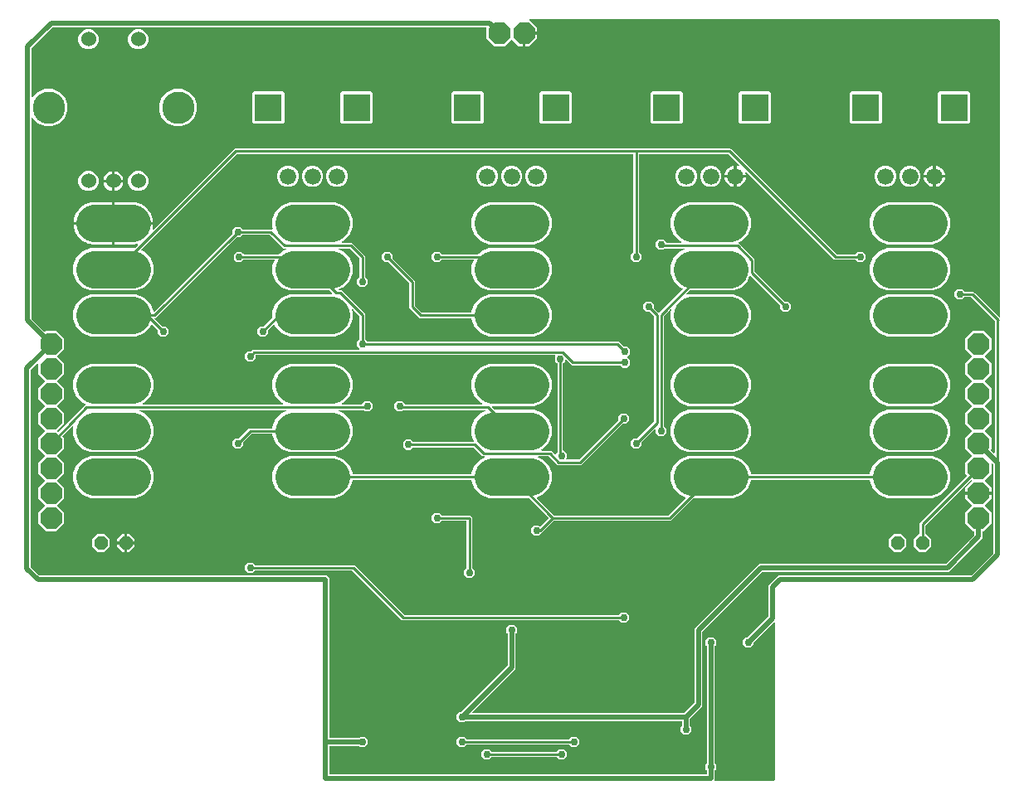
<source format=gbr>
G04 EAGLE Gerber RS-274X export*
G75*
%MOMM*%
%FSLAX34Y34*%
%LPD*%
%INBottom Copper*%
%IPPOS*%
%AMOC8*
5,1,8,0,0,1.08239X$1,22.5*%
G01*
%ADD10P,2.336880X8X22.500000*%
%ADD11C,1.676400*%
%ADD12R,2.800000X2.800000*%
%ADD13P,1.429621X8X22.500000*%
%ADD14C,3.810000*%
%ADD15C,1.524000*%
%ADD16C,3.302000*%
%ADD17C,0.508000*%
%ADD18C,0.756400*%
%ADD19C,0.254000*%

G36*
X774722Y10926D02*
X774722Y10926D01*
X774760Y10925D01*
X774919Y10938D01*
X774924Y10939D01*
X774930Y10939D01*
X775094Y10973D01*
X775397Y11071D01*
X775428Y11087D01*
X775463Y11096D01*
X775609Y11179D01*
X775866Y11366D01*
X775891Y11391D01*
X775921Y11410D01*
X776034Y11534D01*
X776221Y11791D01*
X776237Y11823D01*
X776260Y11851D01*
X776329Y12003D01*
X776427Y12306D01*
X776428Y12311D01*
X776431Y12317D01*
X776462Y12481D01*
X776475Y12640D01*
X776473Y12662D01*
X776477Y12700D01*
X776477Y171991D01*
X776466Y172062D01*
X776464Y172134D01*
X776446Y172182D01*
X776438Y172234D01*
X776404Y172297D01*
X776379Y172365D01*
X776347Y172405D01*
X776322Y172451D01*
X776270Y172501D01*
X776226Y172557D01*
X776182Y172585D01*
X776144Y172621D01*
X776079Y172651D01*
X776019Y172690D01*
X775968Y172702D01*
X775921Y172724D01*
X775850Y172732D01*
X775780Y172750D01*
X775728Y172746D01*
X775677Y172751D01*
X775606Y172736D01*
X775535Y172730D01*
X775487Y172710D01*
X775436Y172699D01*
X775375Y172662D01*
X775309Y172634D01*
X775253Y172589D01*
X775225Y172573D01*
X775210Y172555D01*
X775178Y172529D01*
X754830Y152181D01*
X754777Y152107D01*
X754717Y152038D01*
X754705Y152008D01*
X754686Y151982D01*
X754659Y151895D01*
X754625Y151810D01*
X754621Y151769D01*
X754614Y151746D01*
X754615Y151714D01*
X754607Y151643D01*
X754607Y150202D01*
X751498Y147093D01*
X747102Y147093D01*
X743993Y150202D01*
X743993Y154598D01*
X747102Y157707D01*
X748543Y157707D01*
X748633Y157721D01*
X748724Y157729D01*
X748754Y157741D01*
X748786Y157746D01*
X748866Y157789D01*
X748950Y157825D01*
X748982Y157851D01*
X749003Y157862D01*
X749025Y157885D01*
X749081Y157930D01*
X769650Y178499D01*
X769703Y178573D01*
X769763Y178642D01*
X769775Y178672D01*
X769794Y178698D01*
X769821Y178785D01*
X769855Y178870D01*
X769859Y178911D01*
X769866Y178934D01*
X769865Y178966D01*
X769873Y179037D01*
X769873Y210460D01*
X780140Y220727D01*
X976663Y220727D01*
X976753Y220741D01*
X976844Y220749D01*
X976874Y220761D01*
X976906Y220766D01*
X976986Y220809D01*
X977070Y220845D01*
X977102Y220871D01*
X977123Y220882D01*
X977145Y220905D01*
X977201Y220950D01*
X999520Y243269D01*
X999573Y243343D01*
X999633Y243412D01*
X999645Y243442D01*
X999664Y243468D01*
X999691Y243555D01*
X999725Y243640D01*
X999729Y243681D01*
X999736Y243704D01*
X999735Y243736D01*
X999743Y243807D01*
X999743Y334043D01*
X999729Y334133D01*
X999721Y334224D01*
X999709Y334254D01*
X999704Y334286D01*
X999661Y334366D01*
X999625Y334450D01*
X999599Y334483D01*
X999588Y334503D01*
X999565Y334525D01*
X999520Y334581D01*
X998885Y335216D01*
X998827Y335258D01*
X998775Y335308D01*
X998728Y335330D01*
X998686Y335360D01*
X998617Y335381D01*
X998552Y335411D01*
X998500Y335417D01*
X998450Y335432D01*
X998379Y335430D01*
X998308Y335438D01*
X998257Y335427D01*
X998205Y335426D01*
X998137Y335401D01*
X998067Y335386D01*
X998022Y335359D01*
X997974Y335341D01*
X997918Y335297D01*
X997856Y335260D01*
X997822Y335220D01*
X997782Y335188D01*
X997743Y335127D01*
X997696Y335073D01*
X997677Y335025D01*
X997649Y334981D01*
X997631Y334911D01*
X997604Y334845D01*
X997596Y334774D01*
X997588Y334742D01*
X997590Y334719D01*
X997586Y334678D01*
X997586Y324676D01*
X990948Y318038D01*
X990936Y318022D01*
X990921Y318010D01*
X990865Y317922D01*
X990804Y317839D01*
X990798Y317820D01*
X990788Y317803D01*
X990762Y317702D01*
X990732Y317603D01*
X990732Y317584D01*
X990728Y317564D01*
X990736Y317461D01*
X990738Y317358D01*
X990745Y317339D01*
X990747Y317319D01*
X990787Y317224D01*
X990823Y317127D01*
X990835Y317111D01*
X990843Y317093D01*
X990948Y316962D01*
X997586Y310324D01*
X997586Y306323D01*
X985012Y306323D01*
X984992Y306320D01*
X984973Y306322D01*
X984871Y306300D01*
X984769Y306283D01*
X984752Y306274D01*
X984732Y306270D01*
X984643Y306217D01*
X984552Y306168D01*
X984538Y306154D01*
X984521Y306144D01*
X984454Y306065D01*
X984383Y305990D01*
X984374Y305972D01*
X984361Y305957D01*
X984323Y305861D01*
X984279Y305767D01*
X984277Y305747D01*
X984269Y305729D01*
X984251Y305562D01*
X984251Y304038D01*
X984254Y304018D01*
X984252Y303999D01*
X984274Y303897D01*
X984291Y303795D01*
X984300Y303778D01*
X984304Y303758D01*
X984357Y303669D01*
X984406Y303578D01*
X984420Y303564D01*
X984430Y303547D01*
X984509Y303480D01*
X984584Y303409D01*
X984602Y303400D01*
X984617Y303387D01*
X984713Y303348D01*
X984807Y303305D01*
X984827Y303303D01*
X984845Y303295D01*
X985012Y303277D01*
X997586Y303277D01*
X997586Y299276D01*
X990948Y292638D01*
X990936Y292622D01*
X990921Y292610D01*
X990865Y292522D01*
X990804Y292439D01*
X990798Y292420D01*
X990788Y292403D01*
X990762Y292302D01*
X990732Y292203D01*
X990732Y292184D01*
X990728Y292164D01*
X990736Y292061D01*
X990738Y291958D01*
X990745Y291939D01*
X990747Y291919D01*
X990787Y291824D01*
X990823Y291727D01*
X990835Y291711D01*
X990843Y291693D01*
X990948Y291562D01*
X997586Y284924D01*
X997586Y273876D01*
X989774Y266064D01*
X989076Y266064D01*
X989056Y266061D01*
X989037Y266063D01*
X988935Y266041D01*
X988833Y266025D01*
X988816Y266015D01*
X988796Y266011D01*
X988707Y265958D01*
X988616Y265909D01*
X988602Y265895D01*
X988585Y265885D01*
X988518Y265806D01*
X988446Y265731D01*
X988438Y265713D01*
X988425Y265698D01*
X988386Y265602D01*
X988343Y265508D01*
X988341Y265488D01*
X988333Y265470D01*
X988315Y265303D01*
X988315Y258666D01*
X954184Y224535D01*
X763999Y224535D01*
X763909Y224521D01*
X763818Y224513D01*
X763788Y224501D01*
X763756Y224496D01*
X763676Y224453D01*
X763592Y224417D01*
X763560Y224391D01*
X763539Y224380D01*
X763517Y224357D01*
X763461Y224312D01*
X702788Y163639D01*
X702735Y163565D01*
X702675Y163496D01*
X702663Y163466D01*
X702644Y163440D01*
X702617Y163353D01*
X702583Y163268D01*
X702579Y163227D01*
X702572Y163204D01*
X702573Y163172D01*
X702565Y163101D01*
X702565Y87216D01*
X690088Y74739D01*
X690035Y74665D01*
X689975Y74596D01*
X689963Y74566D01*
X689944Y74540D01*
X689917Y74453D01*
X689883Y74368D01*
X689879Y74327D01*
X689872Y74304D01*
X689873Y74272D01*
X689865Y74201D01*
X689865Y67255D01*
X689868Y67235D01*
X689866Y67216D01*
X689881Y67147D01*
X689887Y67074D01*
X689899Y67045D01*
X689904Y67013D01*
X689914Y66995D01*
X689918Y66975D01*
X689955Y66914D01*
X689983Y66848D01*
X690009Y66816D01*
X690020Y66795D01*
X690034Y66781D01*
X690044Y66764D01*
X690062Y66749D01*
X690088Y66717D01*
X691107Y65698D01*
X691107Y61302D01*
X687998Y58193D01*
X683602Y58193D01*
X680493Y61302D01*
X680493Y65698D01*
X681512Y66717D01*
X681554Y66775D01*
X681603Y66827D01*
X681612Y66845D01*
X681625Y66861D01*
X681637Y66891D01*
X681656Y66917D01*
X681677Y66986D01*
X681707Y67050D01*
X681709Y67070D01*
X681717Y67089D01*
X681721Y67130D01*
X681728Y67152D01*
X681727Y67184D01*
X681735Y67255D01*
X681735Y71374D01*
X681732Y71394D01*
X681734Y71413D01*
X681712Y71515D01*
X681696Y71617D01*
X681686Y71634D01*
X681682Y71654D01*
X681629Y71743D01*
X681580Y71834D01*
X681566Y71848D01*
X681556Y71865D01*
X681477Y71932D01*
X681402Y72004D01*
X681384Y72012D01*
X681369Y72025D01*
X681273Y72064D01*
X681179Y72107D01*
X681159Y72109D01*
X681141Y72117D01*
X680974Y72135D01*
X460955Y72135D01*
X460865Y72121D01*
X460774Y72113D01*
X460745Y72101D01*
X460713Y72096D01*
X460632Y72053D01*
X460548Y72017D01*
X460516Y71991D01*
X460495Y71980D01*
X460473Y71957D01*
X460417Y71912D01*
X459398Y70893D01*
X455002Y70893D01*
X451893Y74002D01*
X451893Y78398D01*
X455002Y81507D01*
X456443Y81507D01*
X456533Y81521D01*
X456624Y81529D01*
X456654Y81541D01*
X456686Y81546D01*
X456766Y81589D01*
X456850Y81625D01*
X456882Y81651D01*
X456903Y81662D01*
X456925Y81685D01*
X456981Y81730D01*
X503712Y128461D01*
X503765Y128535D01*
X503825Y128604D01*
X503837Y128634D01*
X503856Y128660D01*
X503883Y128747D01*
X503917Y128832D01*
X503921Y128873D01*
X503928Y128895D01*
X503927Y128928D01*
X503935Y128999D01*
X503935Y161345D01*
X503921Y161435D01*
X503913Y161526D01*
X503901Y161555D01*
X503896Y161587D01*
X503853Y161668D01*
X503817Y161752D01*
X503791Y161784D01*
X503780Y161805D01*
X503757Y161827D01*
X503712Y161883D01*
X502693Y162902D01*
X502693Y167298D01*
X505802Y170407D01*
X510198Y170407D01*
X513307Y167298D01*
X513307Y162902D01*
X512288Y161883D01*
X512235Y161809D01*
X512175Y161739D01*
X512163Y161709D01*
X512144Y161683D01*
X512117Y161596D01*
X512083Y161511D01*
X512079Y161470D01*
X512072Y161448D01*
X512073Y161416D01*
X512065Y161345D01*
X512065Y125316D01*
X509461Y122712D01*
X468313Y81564D01*
X468271Y81506D01*
X468221Y81454D01*
X468199Y81407D01*
X468169Y81365D01*
X468148Y81296D01*
X468118Y81231D01*
X468112Y81179D01*
X468097Y81129D01*
X468099Y81058D01*
X468091Y80987D01*
X468102Y80936D01*
X468103Y80884D01*
X468128Y80816D01*
X468143Y80746D01*
X468170Y80702D01*
X468188Y80653D01*
X468232Y80597D01*
X468269Y80535D01*
X468309Y80501D01*
X468341Y80461D01*
X468402Y80422D01*
X468456Y80375D01*
X468504Y80356D01*
X468548Y80328D01*
X468618Y80310D01*
X468684Y80283D01*
X468756Y80275D01*
X468787Y80267D01*
X468810Y80269D01*
X468851Y80265D01*
X683801Y80265D01*
X683891Y80279D01*
X683982Y80287D01*
X684012Y80299D01*
X684044Y80304D01*
X684124Y80347D01*
X684208Y80383D01*
X684240Y80409D01*
X684261Y80420D01*
X684283Y80443D01*
X684339Y80488D01*
X694212Y90361D01*
X694265Y90435D01*
X694325Y90504D01*
X694337Y90534D01*
X694356Y90560D01*
X694383Y90647D01*
X694417Y90732D01*
X694421Y90773D01*
X694428Y90796D01*
X694427Y90828D01*
X694435Y90899D01*
X694435Y166784D01*
X760316Y232665D01*
X950501Y232665D01*
X950591Y232679D01*
X950682Y232687D01*
X950712Y232699D01*
X950744Y232704D01*
X950824Y232747D01*
X950908Y232783D01*
X950940Y232809D01*
X950961Y232820D01*
X950983Y232843D01*
X951039Y232888D01*
X979962Y261811D01*
X980015Y261885D01*
X980075Y261954D01*
X980087Y261984D01*
X980106Y262010D01*
X980133Y262097D01*
X980167Y262182D01*
X980171Y262223D01*
X980178Y262246D01*
X980177Y262278D01*
X980185Y262349D01*
X980185Y265303D01*
X980182Y265323D01*
X980184Y265342D01*
X980162Y265444D01*
X980146Y265546D01*
X980136Y265563D01*
X980132Y265583D01*
X980079Y265672D01*
X980030Y265763D01*
X980016Y265777D01*
X980006Y265794D01*
X979927Y265861D01*
X979852Y265933D01*
X979834Y265941D01*
X979819Y265954D01*
X979723Y265993D01*
X979629Y266036D01*
X979609Y266038D01*
X979591Y266046D01*
X979424Y266064D01*
X978726Y266064D01*
X970914Y273876D01*
X970914Y284924D01*
X977552Y291562D01*
X977564Y291578D01*
X977579Y291590D01*
X977636Y291678D01*
X977696Y291761D01*
X977702Y291780D01*
X977712Y291797D01*
X977738Y291898D01*
X977768Y291997D01*
X977768Y292016D01*
X977772Y292036D01*
X977764Y292139D01*
X977762Y292242D01*
X977755Y292261D01*
X977753Y292281D01*
X977713Y292376D01*
X977677Y292473D01*
X977665Y292489D01*
X977657Y292507D01*
X977552Y292638D01*
X970914Y299276D01*
X970914Y303277D01*
X983488Y303277D01*
X983508Y303280D01*
X983527Y303278D01*
X983629Y303300D01*
X983731Y303317D01*
X983748Y303326D01*
X983768Y303330D01*
X983857Y303383D01*
X983948Y303432D01*
X983962Y303446D01*
X983979Y303456D01*
X984046Y303535D01*
X984117Y303610D01*
X984126Y303628D01*
X984139Y303643D01*
X984177Y303739D01*
X984221Y303833D01*
X984223Y303853D01*
X984231Y303871D01*
X984249Y304038D01*
X984249Y305562D01*
X984246Y305582D01*
X984248Y305601D01*
X984226Y305703D01*
X984209Y305805D01*
X984200Y305822D01*
X984196Y305842D01*
X984143Y305931D01*
X984094Y306022D01*
X984080Y306036D01*
X984070Y306053D01*
X983991Y306120D01*
X983916Y306191D01*
X983898Y306200D01*
X983883Y306213D01*
X983787Y306252D01*
X983693Y306295D01*
X983673Y306297D01*
X983655Y306305D01*
X983488Y306323D01*
X970914Y306323D01*
X970914Y310324D01*
X977552Y316962D01*
X977564Y316978D01*
X977579Y316990D01*
X977636Y317078D01*
X977696Y317161D01*
X977702Y317180D01*
X977712Y317197D01*
X977738Y317298D01*
X977768Y317397D01*
X977768Y317416D01*
X977772Y317436D01*
X977764Y317539D01*
X977762Y317642D01*
X977755Y317661D01*
X977753Y317681D01*
X977713Y317776D01*
X977677Y317873D01*
X977665Y317889D01*
X977657Y317907D01*
X977552Y318038D01*
X977335Y318256D01*
X977319Y318267D01*
X977306Y318283D01*
X977238Y318327D01*
X977202Y318357D01*
X977182Y318366D01*
X977135Y318399D01*
X977116Y318405D01*
X977099Y318416D01*
X976999Y318441D01*
X976979Y318447D01*
X976974Y318449D01*
X976972Y318450D01*
X976900Y318472D01*
X976880Y318471D01*
X976861Y318476D01*
X976758Y318468D01*
X976654Y318465D01*
X976635Y318458D01*
X976615Y318457D01*
X976551Y318429D01*
X976543Y318428D01*
X976523Y318418D01*
X976521Y318417D01*
X976423Y318381D01*
X976407Y318368D01*
X976389Y318361D01*
X976338Y318320D01*
X976325Y318313D01*
X976312Y318299D01*
X976258Y318256D01*
X930118Y272115D01*
X930065Y272041D01*
X930005Y271972D01*
X929993Y271942D01*
X929974Y271916D01*
X929947Y271829D01*
X929913Y271744D01*
X929909Y271703D01*
X929902Y271681D01*
X929903Y271648D01*
X929895Y271577D01*
X929895Y263906D01*
X929898Y263886D01*
X929896Y263867D01*
X929918Y263765D01*
X929934Y263663D01*
X929944Y263646D01*
X929948Y263626D01*
X930001Y263537D01*
X930050Y263446D01*
X930064Y263432D01*
X930074Y263415D01*
X930153Y263348D01*
X930228Y263276D01*
X930246Y263268D01*
X930261Y263255D01*
X930357Y263216D01*
X930451Y263173D01*
X930471Y263171D01*
X930489Y263163D01*
X930656Y263145D01*
X930888Y263145D01*
X936245Y257788D01*
X936245Y250212D01*
X930888Y244855D01*
X923312Y244855D01*
X917955Y250212D01*
X917955Y257788D01*
X923312Y263145D01*
X923544Y263145D01*
X923564Y263148D01*
X923583Y263146D01*
X923685Y263168D01*
X923787Y263184D01*
X923804Y263194D01*
X923824Y263198D01*
X923913Y263251D01*
X924004Y263300D01*
X924018Y263314D01*
X924035Y263324D01*
X924102Y263403D01*
X924174Y263478D01*
X924182Y263496D01*
X924195Y263511D01*
X924234Y263607D01*
X924277Y263701D01*
X924279Y263721D01*
X924287Y263739D01*
X924305Y263906D01*
X924305Y274208D01*
X972306Y322208D01*
X972317Y322224D01*
X972333Y322237D01*
X972389Y322324D01*
X972449Y322408D01*
X972455Y322427D01*
X972466Y322444D01*
X972491Y322544D01*
X972522Y322643D01*
X972521Y322663D01*
X972526Y322682D01*
X972518Y322785D01*
X972515Y322889D01*
X972508Y322908D01*
X972507Y322927D01*
X972467Y323022D01*
X972431Y323120D01*
X972418Y323135D01*
X972411Y323154D01*
X972306Y323285D01*
X970914Y324676D01*
X970914Y335724D01*
X977552Y342362D01*
X977564Y342378D01*
X977579Y342390D01*
X977635Y342478D01*
X977696Y342561D01*
X977702Y342580D01*
X977712Y342597D01*
X977738Y342698D01*
X977768Y342797D01*
X977768Y342816D01*
X977772Y342836D01*
X977764Y342939D01*
X977762Y343042D01*
X977755Y343061D01*
X977753Y343081D01*
X977713Y343176D01*
X977677Y343273D01*
X977665Y343289D01*
X977657Y343307D01*
X977552Y343438D01*
X970914Y350076D01*
X970914Y361124D01*
X977552Y367762D01*
X977564Y367778D01*
X977579Y367790D01*
X977636Y367878D01*
X977696Y367961D01*
X977702Y367980D01*
X977712Y367997D01*
X977738Y368098D01*
X977768Y368197D01*
X977768Y368216D01*
X977772Y368236D01*
X977764Y368339D01*
X977762Y368442D01*
X977755Y368461D01*
X977753Y368481D01*
X977713Y368576D01*
X977677Y368673D01*
X977665Y368689D01*
X977657Y368707D01*
X977552Y368838D01*
X970914Y375476D01*
X970914Y386524D01*
X977552Y393162D01*
X977564Y393178D01*
X977579Y393190D01*
X977635Y393278D01*
X977696Y393361D01*
X977702Y393380D01*
X977712Y393397D01*
X977738Y393498D01*
X977768Y393597D01*
X977768Y393616D01*
X977772Y393636D01*
X977764Y393739D01*
X977762Y393842D01*
X977755Y393861D01*
X977753Y393881D01*
X977713Y393976D01*
X977677Y394073D01*
X977665Y394089D01*
X977657Y394107D01*
X977552Y394238D01*
X970914Y400876D01*
X970914Y411924D01*
X977552Y418562D01*
X977564Y418578D01*
X977579Y418590D01*
X977636Y418678D01*
X977696Y418761D01*
X977702Y418780D01*
X977712Y418797D01*
X977738Y418898D01*
X977768Y418997D01*
X977768Y419016D01*
X977772Y419036D01*
X977764Y419139D01*
X977762Y419242D01*
X977755Y419261D01*
X977753Y419281D01*
X977713Y419376D01*
X977677Y419473D01*
X977665Y419489D01*
X977657Y419507D01*
X977552Y419638D01*
X970914Y426276D01*
X970914Y437324D01*
X977552Y443962D01*
X977564Y443978D01*
X977579Y443990D01*
X977635Y444078D01*
X977696Y444161D01*
X977702Y444180D01*
X977712Y444197D01*
X977738Y444298D01*
X977768Y444397D01*
X977768Y444416D01*
X977772Y444436D01*
X977764Y444539D01*
X977762Y444642D01*
X977755Y444661D01*
X977753Y444681D01*
X977713Y444776D01*
X977677Y444873D01*
X977665Y444889D01*
X977657Y444907D01*
X977552Y445038D01*
X970914Y451676D01*
X970914Y462724D01*
X978726Y470536D01*
X989774Y470536D01*
X997586Y462724D01*
X997586Y451676D01*
X990948Y445038D01*
X990936Y445022D01*
X990921Y445010D01*
X990864Y444922D01*
X990804Y444839D01*
X990798Y444820D01*
X990788Y444803D01*
X990762Y444702D01*
X990732Y444603D01*
X990732Y444584D01*
X990728Y444564D01*
X990736Y444461D01*
X990738Y444358D01*
X990745Y444339D01*
X990747Y444319D01*
X990787Y444224D01*
X990823Y444127D01*
X990835Y444111D01*
X990843Y444093D01*
X990948Y443962D01*
X997586Y437324D01*
X997586Y426276D01*
X990948Y419638D01*
X990936Y419622D01*
X990921Y419610D01*
X990865Y419522D01*
X990804Y419439D01*
X990798Y419420D01*
X990788Y419403D01*
X990762Y419302D01*
X990732Y419203D01*
X990732Y419184D01*
X990728Y419164D01*
X990736Y419061D01*
X990738Y418958D01*
X990745Y418939D01*
X990747Y418919D01*
X990787Y418824D01*
X990823Y418727D01*
X990835Y418711D01*
X990843Y418693D01*
X990948Y418562D01*
X997586Y411924D01*
X997586Y400876D01*
X990948Y394238D01*
X990936Y394222D01*
X990921Y394210D01*
X990864Y394122D01*
X990804Y394039D01*
X990798Y394020D01*
X990788Y394003D01*
X990762Y393902D01*
X990732Y393803D01*
X990732Y393784D01*
X990728Y393764D01*
X990736Y393661D01*
X990738Y393558D01*
X990745Y393539D01*
X990747Y393519D01*
X990787Y393424D01*
X990823Y393327D01*
X990835Y393311D01*
X990843Y393293D01*
X990948Y393162D01*
X997586Y386524D01*
X997586Y375476D01*
X990948Y368838D01*
X990936Y368822D01*
X990921Y368810D01*
X990865Y368722D01*
X990804Y368639D01*
X990798Y368620D01*
X990788Y368603D01*
X990762Y368502D01*
X990732Y368403D01*
X990732Y368384D01*
X990728Y368364D01*
X990736Y368261D01*
X990738Y368158D01*
X990745Y368139D01*
X990747Y368119D01*
X990787Y368024D01*
X990823Y367927D01*
X990835Y367911D01*
X990843Y367893D01*
X990948Y367762D01*
X997586Y361124D01*
X997586Y350076D01*
X997092Y349583D01*
X997081Y349567D01*
X997065Y349554D01*
X997009Y349467D01*
X996949Y349383D01*
X996943Y349364D01*
X996932Y349347D01*
X996907Y349247D01*
X996876Y349148D01*
X996877Y349128D01*
X996872Y349109D01*
X996880Y349006D01*
X996883Y348902D01*
X996890Y348883D01*
X996891Y348863D01*
X996931Y348769D01*
X996967Y348671D01*
X996980Y348655D01*
X996987Y348637D01*
X997092Y348506D01*
X999714Y345885D01*
X999772Y345843D01*
X999824Y345793D01*
X999871Y345771D01*
X999913Y345741D01*
X999982Y345720D01*
X1000047Y345690D01*
X1000099Y345684D01*
X1000149Y345669D01*
X1000220Y345671D01*
X1000291Y345663D01*
X1000342Y345674D01*
X1000394Y345675D01*
X1000462Y345700D01*
X1000532Y345715D01*
X1000576Y345742D01*
X1000625Y345760D01*
X1000681Y345804D01*
X1000743Y345841D01*
X1000777Y345881D01*
X1000817Y345913D01*
X1000856Y345974D01*
X1000903Y346028D01*
X1000922Y346076D01*
X1000950Y346120D01*
X1000968Y346190D01*
X1000995Y346256D01*
X1001003Y346328D01*
X1001011Y346359D01*
X1001009Y346382D01*
X1001013Y346423D01*
X1001013Y480619D01*
X1001010Y480637D01*
X1001012Y480653D01*
X1000998Y480721D01*
X1000991Y480800D01*
X1000979Y480830D01*
X1000974Y480862D01*
X1000962Y480883D01*
X1000960Y480894D01*
X1000931Y480943D01*
X1000895Y481026D01*
X1000869Y481058D01*
X1000858Y481079D01*
X1000837Y481100D01*
X1000834Y481105D01*
X1000829Y481109D01*
X1000790Y481157D01*
X976965Y504982D01*
X976891Y505035D01*
X976822Y505095D01*
X976792Y505107D01*
X976766Y505126D01*
X976679Y505153D01*
X976594Y505187D01*
X976553Y505191D01*
X976531Y505198D01*
X976498Y505197D01*
X976427Y505205D01*
X970225Y505205D01*
X970135Y505191D01*
X970044Y505183D01*
X970015Y505171D01*
X969983Y505166D01*
X969902Y505123D01*
X969818Y505087D01*
X969786Y505061D01*
X969765Y505050D01*
X969743Y505027D01*
X969687Y504982D01*
X967398Y502693D01*
X963002Y502693D01*
X959893Y505802D01*
X959893Y510198D01*
X963002Y513307D01*
X967398Y513307D01*
X969687Y511018D01*
X969761Y510965D01*
X969831Y510905D01*
X969861Y510893D01*
X969887Y510874D01*
X969974Y510847D01*
X970059Y510813D01*
X970100Y510809D01*
X970122Y510802D01*
X970154Y510803D01*
X970225Y510795D01*
X979058Y510795D01*
X980918Y508935D01*
X1005048Y484805D01*
X1005106Y484763D01*
X1005158Y484713D01*
X1005205Y484691D01*
X1005247Y484661D01*
X1005316Y484640D01*
X1005381Y484610D01*
X1005433Y484604D01*
X1005483Y484589D01*
X1005554Y484591D01*
X1005625Y484583D01*
X1005676Y484594D01*
X1005728Y484595D01*
X1005796Y484620D01*
X1005866Y484635D01*
X1005911Y484662D01*
X1005959Y484680D01*
X1006015Y484724D01*
X1006077Y484761D01*
X1006111Y484801D01*
X1006151Y484833D01*
X1006190Y484894D01*
X1006237Y484948D01*
X1006256Y484996D01*
X1006284Y485040D01*
X1006302Y485110D01*
X1006329Y485176D01*
X1006337Y485248D01*
X1006345Y485279D01*
X1006343Y485302D01*
X1006347Y485343D01*
X1006347Y782799D01*
X1006339Y782847D01*
X1006341Y782896D01*
X1006311Y783018D01*
X1006308Y783041D01*
X1006304Y783048D01*
X1006301Y783059D01*
X1006263Y783164D01*
X1006347Y785081D01*
X1006345Y785094D01*
X1006347Y785114D01*
X1006347Y785682D01*
X1006346Y785692D01*
X1006347Y785709D01*
X1006342Y785854D01*
X1006341Y785860D01*
X1006341Y785866D01*
X1006314Y786031D01*
X1006069Y786916D01*
X1006054Y786949D01*
X1006047Y786984D01*
X1005970Y787133D01*
X1005463Y787898D01*
X1005439Y787925D01*
X1005421Y787956D01*
X1005302Y788074D01*
X1004583Y788645D01*
X1004552Y788663D01*
X1004526Y788687D01*
X1004376Y788763D01*
X1003516Y789084D01*
X1003510Y789085D01*
X1003505Y789088D01*
X1003342Y789127D01*
X1002975Y789172D01*
X1002945Y789170D01*
X1002882Y789177D01*
X526920Y789177D01*
X526849Y789166D01*
X526778Y789164D01*
X526729Y789146D01*
X526677Y789138D01*
X526614Y789104D01*
X526547Y789079D01*
X526506Y789047D01*
X526460Y789022D01*
X526411Y788970D01*
X526355Y788926D01*
X526326Y788882D01*
X526291Y788844D01*
X526260Y788779D01*
X526222Y788719D01*
X526209Y788668D01*
X526187Y788621D01*
X526179Y788550D01*
X526162Y788480D01*
X526166Y788428D01*
X526160Y788377D01*
X526175Y788306D01*
X526181Y788235D01*
X526201Y788187D01*
X526212Y788136D01*
X526249Y788075D01*
X526277Y788009D01*
X526322Y787953D01*
X526338Y787925D01*
X526356Y787910D01*
X526382Y787878D01*
X534036Y780224D01*
X534036Y776223D01*
X521462Y776223D01*
X521442Y776220D01*
X521423Y776222D01*
X521321Y776200D01*
X521219Y776183D01*
X521202Y776174D01*
X521182Y776170D01*
X521093Y776117D01*
X521002Y776068D01*
X520988Y776054D01*
X520971Y776044D01*
X520904Y775965D01*
X520833Y775890D01*
X520824Y775872D01*
X520811Y775857D01*
X520773Y775761D01*
X520729Y775667D01*
X520727Y775647D01*
X520719Y775629D01*
X520701Y775462D01*
X520701Y774699D01*
X519938Y774699D01*
X519918Y774696D01*
X519899Y774698D01*
X519797Y774676D01*
X519695Y774659D01*
X519678Y774650D01*
X519658Y774646D01*
X519569Y774593D01*
X519478Y774544D01*
X519464Y774530D01*
X519447Y774520D01*
X519380Y774441D01*
X519309Y774366D01*
X519300Y774348D01*
X519287Y774333D01*
X519248Y774237D01*
X519205Y774143D01*
X519203Y774123D01*
X519195Y774105D01*
X519177Y773938D01*
X519177Y761364D01*
X515176Y761364D01*
X508538Y768002D01*
X508522Y768014D01*
X508510Y768029D01*
X508422Y768086D01*
X508339Y768146D01*
X508320Y768152D01*
X508303Y768162D01*
X508202Y768188D01*
X508103Y768218D01*
X508084Y768218D01*
X508064Y768222D01*
X507961Y768214D01*
X507858Y768212D01*
X507839Y768205D01*
X507819Y768203D01*
X507724Y768163D01*
X507627Y768127D01*
X507611Y768115D01*
X507593Y768107D01*
X507462Y768002D01*
X500824Y761364D01*
X489776Y761364D01*
X481964Y769176D01*
X481964Y780034D01*
X481961Y780054D01*
X481963Y780073D01*
X481941Y780175D01*
X481925Y780277D01*
X481915Y780294D01*
X481911Y780314D01*
X481858Y780403D01*
X481809Y780494D01*
X481795Y780508D01*
X481785Y780525D01*
X481706Y780592D01*
X481631Y780664D01*
X481613Y780672D01*
X481598Y780685D01*
X481502Y780724D01*
X481408Y780767D01*
X481388Y780769D01*
X481370Y780777D01*
X481203Y780795D01*
X40099Y780795D01*
X40009Y780781D01*
X39918Y780773D01*
X39888Y780761D01*
X39856Y780756D01*
X39776Y780713D01*
X39692Y780677D01*
X39660Y780651D01*
X39639Y780640D01*
X39617Y780617D01*
X39561Y780572D01*
X18258Y759269D01*
X18205Y759195D01*
X18145Y759126D01*
X18133Y759096D01*
X18114Y759070D01*
X18087Y758983D01*
X18053Y758898D01*
X18049Y758857D01*
X18042Y758834D01*
X18043Y758802D01*
X18035Y758731D01*
X18035Y709754D01*
X18046Y709684D01*
X18048Y709612D01*
X18066Y709563D01*
X18074Y709512D01*
X18108Y709448D01*
X18133Y709381D01*
X18165Y709340D01*
X18190Y709294D01*
X18242Y709245D01*
X18286Y709189D01*
X18330Y709161D01*
X18368Y709125D01*
X18433Y709095D01*
X18493Y709056D01*
X18544Y709043D01*
X18591Y709021D01*
X18662Y709013D01*
X18732Y708996D01*
X18784Y709000D01*
X18835Y708994D01*
X18906Y709009D01*
X18977Y709015D01*
X19025Y709035D01*
X19076Y709046D01*
X19137Y709083D01*
X19203Y709111D01*
X19259Y709156D01*
X19287Y709173D01*
X19302Y709190D01*
X19334Y709216D01*
X24769Y714650D01*
X31771Y717551D01*
X39349Y717551D01*
X46351Y714650D01*
X51710Y709291D01*
X54611Y702289D01*
X54611Y694711D01*
X51710Y687709D01*
X46351Y682350D01*
X39349Y679449D01*
X31771Y679449D01*
X24769Y682350D01*
X19334Y687784D01*
X19276Y687826D01*
X19224Y687875D01*
X19177Y687897D01*
X19135Y687927D01*
X19066Y687949D01*
X19001Y687979D01*
X18949Y687984D01*
X18899Y688000D01*
X18828Y687998D01*
X18757Y688006D01*
X18706Y687995D01*
X18654Y687993D01*
X18586Y687969D01*
X18516Y687954D01*
X18471Y687927D01*
X18423Y687909D01*
X18367Y687864D01*
X18305Y687827D01*
X18271Y687788D01*
X18231Y687755D01*
X18192Y687695D01*
X18145Y687641D01*
X18126Y687592D01*
X18098Y687548D01*
X18080Y687479D01*
X18053Y687412D01*
X18045Y687341D01*
X18037Y687310D01*
X18039Y687287D01*
X18035Y687246D01*
X18035Y483329D01*
X18049Y483239D01*
X18057Y483148D01*
X18069Y483118D01*
X18074Y483086D01*
X18117Y483006D01*
X18153Y482922D01*
X18179Y482890D01*
X18190Y482869D01*
X18213Y482847D01*
X18258Y482791D01*
X31006Y470042D01*
X31022Y470031D01*
X31035Y470015D01*
X31122Y469959D01*
X31206Y469899D01*
X31225Y469893D01*
X31242Y469882D01*
X31342Y469857D01*
X31441Y469826D01*
X31461Y469827D01*
X31480Y469822D01*
X31583Y469830D01*
X31687Y469833D01*
X31706Y469840D01*
X31725Y469841D01*
X31820Y469882D01*
X31918Y469917D01*
X31933Y469930D01*
X31952Y469937D01*
X32083Y470042D01*
X32576Y470536D01*
X43624Y470536D01*
X51436Y462724D01*
X51436Y451676D01*
X44798Y445038D01*
X44786Y445022D01*
X44771Y445010D01*
X44715Y444922D01*
X44654Y444839D01*
X44648Y444820D01*
X44638Y444803D01*
X44612Y444702D01*
X44582Y444603D01*
X44582Y444584D01*
X44578Y444564D01*
X44586Y444461D01*
X44588Y444358D01*
X44595Y444339D01*
X44597Y444319D01*
X44637Y444224D01*
X44673Y444127D01*
X44685Y444111D01*
X44693Y444093D01*
X44798Y443962D01*
X51436Y437324D01*
X51436Y426276D01*
X44798Y419638D01*
X44786Y419622D01*
X44771Y419610D01*
X44715Y419522D01*
X44654Y419439D01*
X44648Y419420D01*
X44638Y419403D01*
X44612Y419302D01*
X44582Y419203D01*
X44582Y419184D01*
X44578Y419164D01*
X44586Y419061D01*
X44588Y418958D01*
X44595Y418939D01*
X44597Y418919D01*
X44637Y418824D01*
X44673Y418727D01*
X44685Y418711D01*
X44693Y418693D01*
X44798Y418562D01*
X51436Y411924D01*
X51436Y400876D01*
X44798Y394238D01*
X44786Y394222D01*
X44771Y394210D01*
X44715Y394122D01*
X44654Y394039D01*
X44648Y394020D01*
X44638Y394003D01*
X44612Y393902D01*
X44582Y393803D01*
X44582Y393784D01*
X44578Y393764D01*
X44586Y393661D01*
X44588Y393558D01*
X44595Y393539D01*
X44597Y393519D01*
X44637Y393424D01*
X44673Y393327D01*
X44685Y393311D01*
X44693Y393293D01*
X44798Y393162D01*
X51436Y386524D01*
X51436Y375476D01*
X44798Y368838D01*
X44786Y368822D01*
X44771Y368810D01*
X44715Y368722D01*
X44654Y368639D01*
X44648Y368619D01*
X44638Y368603D01*
X44612Y368502D01*
X44582Y368403D01*
X44582Y368383D01*
X44578Y368364D01*
X44586Y368261D01*
X44588Y368158D01*
X44595Y368139D01*
X44597Y368119D01*
X44637Y368024D01*
X44673Y367927D01*
X44685Y367911D01*
X44693Y367893D01*
X44798Y367762D01*
X45015Y367544D01*
X45032Y367533D01*
X45044Y367517D01*
X45131Y367461D01*
X45215Y367401D01*
X45234Y367395D01*
X45251Y367384D01*
X45351Y367359D01*
X45450Y367328D01*
X45470Y367329D01*
X45489Y367324D01*
X45592Y367332D01*
X45696Y367335D01*
X45715Y367342D01*
X45735Y367343D01*
X45829Y367383D01*
X45927Y367419D01*
X45943Y367432D01*
X45961Y367439D01*
X46092Y367544D01*
X56672Y378125D01*
X56725Y378199D01*
X56785Y378268D01*
X56797Y378298D01*
X56816Y378324D01*
X56843Y378411D01*
X56877Y378496D01*
X56881Y378537D01*
X56888Y378559D01*
X56887Y378592D01*
X56895Y378663D01*
X56895Y378927D01*
X72792Y394823D01*
X72818Y394860D01*
X72852Y394891D01*
X72866Y394915D01*
X72876Y394926D01*
X72894Y394965D01*
X72935Y395023D01*
X72949Y395067D01*
X72971Y395107D01*
X72978Y395146D01*
X72979Y395149D01*
X72980Y395159D01*
X72985Y395184D01*
X73008Y395258D01*
X73006Y395304D01*
X73015Y395349D01*
X73003Y395426D01*
X73001Y395504D01*
X72986Y395547D01*
X72979Y395592D01*
X72944Y395662D01*
X72917Y395735D01*
X72888Y395771D01*
X72867Y395812D01*
X72812Y395866D01*
X72763Y395927D01*
X72725Y395952D01*
X72692Y395984D01*
X72572Y396050D01*
X72556Y396060D01*
X72551Y396061D01*
X72545Y396065D01*
X70320Y396986D01*
X64246Y403060D01*
X60959Y410995D01*
X60959Y419585D01*
X64246Y427520D01*
X70320Y433594D01*
X78255Y436881D01*
X124945Y436881D01*
X132880Y433594D01*
X138954Y427520D01*
X142241Y419585D01*
X142241Y410995D01*
X138954Y403060D01*
X132880Y396986D01*
X132163Y396689D01*
X132080Y396638D01*
X131994Y396592D01*
X131976Y396573D01*
X131954Y396560D01*
X131892Y396485D01*
X131825Y396414D01*
X131814Y396390D01*
X131797Y396370D01*
X131762Y396279D01*
X131721Y396191D01*
X131719Y396165D01*
X131709Y396141D01*
X131705Y396043D01*
X131694Y395947D01*
X131700Y395921D01*
X131699Y395895D01*
X131726Y395801D01*
X131747Y395706D01*
X131760Y395684D01*
X131767Y395659D01*
X131823Y395579D01*
X131873Y395495D01*
X131893Y395478D01*
X131908Y395457D01*
X131986Y395398D01*
X132060Y395335D01*
X132084Y395325D01*
X132105Y395310D01*
X132197Y395280D01*
X132288Y395243D01*
X132320Y395240D01*
X132339Y395234D01*
X132372Y395234D01*
X132455Y395225D01*
X273945Y395225D01*
X274042Y395240D01*
X274139Y395250D01*
X274162Y395260D01*
X274188Y395264D01*
X274274Y395310D01*
X274363Y395350D01*
X274383Y395367D01*
X274406Y395380D01*
X274473Y395450D01*
X274544Y395516D01*
X274557Y395539D01*
X274575Y395558D01*
X274616Y395646D01*
X274663Y395732D01*
X274668Y395757D01*
X274679Y395781D01*
X274689Y395878D01*
X274707Y395974D01*
X274703Y396000D01*
X274706Y396025D01*
X274685Y396121D01*
X274671Y396217D01*
X274659Y396240D01*
X274653Y396266D01*
X274603Y396350D01*
X274559Y396436D01*
X274541Y396454D01*
X274527Y396477D01*
X274453Y396540D01*
X274384Y396608D01*
X274355Y396624D01*
X274340Y396637D01*
X274310Y396649D01*
X274237Y396689D01*
X273520Y396986D01*
X267446Y403060D01*
X264159Y410995D01*
X264159Y419585D01*
X267446Y427520D01*
X273520Y433594D01*
X281455Y436881D01*
X328145Y436881D01*
X336080Y433594D01*
X342154Y427520D01*
X345441Y419585D01*
X345441Y410995D01*
X342154Y403060D01*
X336080Y396986D01*
X335363Y396689D01*
X335280Y396638D01*
X335194Y396592D01*
X335176Y396573D01*
X335154Y396560D01*
X335092Y396485D01*
X335025Y396414D01*
X335014Y396390D01*
X334997Y396370D01*
X334962Y396279D01*
X334921Y396191D01*
X334919Y396165D01*
X334909Y396141D01*
X334905Y396043D01*
X334894Y395947D01*
X334900Y395921D01*
X334899Y395895D01*
X334926Y395801D01*
X334947Y395706D01*
X334960Y395684D01*
X334967Y395659D01*
X335023Y395579D01*
X335073Y395495D01*
X335093Y395478D01*
X335108Y395457D01*
X335186Y395398D01*
X335260Y395335D01*
X335284Y395325D01*
X335305Y395310D01*
X335397Y395280D01*
X335488Y395243D01*
X335520Y395240D01*
X335539Y395234D01*
X335572Y395234D01*
X335655Y395225D01*
X354612Y395225D01*
X354632Y395228D01*
X354651Y395226D01*
X354753Y395248D01*
X354855Y395264D01*
X354872Y395274D01*
X354892Y395278D01*
X354981Y395331D01*
X355072Y395380D01*
X355086Y395394D01*
X355103Y395404D01*
X355170Y395483D01*
X355242Y395558D01*
X355250Y395576D01*
X355263Y395591D01*
X355302Y395687D01*
X355345Y395781D01*
X355347Y395801D01*
X355355Y395819D01*
X355362Y395887D01*
X358482Y399007D01*
X362878Y399007D01*
X365987Y395898D01*
X365987Y391502D01*
X362878Y388393D01*
X358482Y388393D01*
X357463Y389412D01*
X357389Y389465D01*
X357319Y389525D01*
X357289Y389537D01*
X357263Y389556D01*
X357176Y389583D01*
X357091Y389617D01*
X357050Y389621D01*
X357028Y389628D01*
X356996Y389627D01*
X356925Y389635D01*
X332588Y389635D01*
X332492Y389620D01*
X332395Y389610D01*
X332371Y389600D01*
X332346Y389596D01*
X332260Y389550D01*
X332171Y389510D01*
X332151Y389493D01*
X332128Y389480D01*
X332061Y389410D01*
X331990Y389344D01*
X331977Y389321D01*
X331959Y389302D01*
X331918Y389214D01*
X331871Y389128D01*
X331866Y389103D01*
X331855Y389079D01*
X331845Y388982D01*
X331827Y388886D01*
X331831Y388860D01*
X331828Y388835D01*
X331849Y388739D01*
X331863Y388643D01*
X331875Y388620D01*
X331880Y388594D01*
X331930Y388511D01*
X331975Y388424D01*
X331993Y388405D01*
X332007Y388383D01*
X332081Y388320D01*
X332150Y388252D01*
X332179Y388236D01*
X332194Y388223D01*
X332224Y388211D01*
X332297Y388171D01*
X336080Y386604D01*
X342154Y380530D01*
X345441Y372595D01*
X345441Y364005D01*
X342154Y356070D01*
X336080Y349996D01*
X328145Y346709D01*
X281455Y346709D01*
X273520Y349996D01*
X267446Y356070D01*
X264159Y364005D01*
X264159Y364744D01*
X264156Y364764D01*
X264158Y364783D01*
X264136Y364885D01*
X264120Y364987D01*
X264110Y365004D01*
X264106Y365024D01*
X264053Y365113D01*
X264004Y365204D01*
X263990Y365218D01*
X263980Y365235D01*
X263901Y365302D01*
X263826Y365374D01*
X263808Y365382D01*
X263793Y365395D01*
X263697Y365434D01*
X263603Y365477D01*
X263583Y365479D01*
X263565Y365487D01*
X263398Y365505D01*
X242773Y365505D01*
X242683Y365491D01*
X242592Y365483D01*
X242562Y365471D01*
X242530Y365466D01*
X242450Y365423D01*
X242366Y365387D01*
X242334Y365361D01*
X242313Y365350D01*
X242291Y365327D01*
X242235Y365282D01*
X234130Y357177D01*
X234077Y357103D01*
X234017Y357034D01*
X234005Y357004D01*
X233986Y356978D01*
X233959Y356891D01*
X233925Y356806D01*
X233921Y356765D01*
X233914Y356743D01*
X233915Y356710D01*
X233907Y356639D01*
X233907Y353402D01*
X230798Y350293D01*
X226402Y350293D01*
X223293Y353402D01*
X223293Y357798D01*
X226402Y360907D01*
X229639Y360907D01*
X229729Y360921D01*
X229820Y360929D01*
X229850Y360941D01*
X229882Y360946D01*
X229962Y360989D01*
X230046Y361025D01*
X230078Y361051D01*
X230099Y361062D01*
X230121Y361085D01*
X230177Y361130D01*
X240142Y371095D01*
X263398Y371095D01*
X263418Y371098D01*
X263437Y371096D01*
X263539Y371118D01*
X263641Y371134D01*
X263658Y371144D01*
X263678Y371148D01*
X263767Y371201D01*
X263858Y371250D01*
X263872Y371264D01*
X263889Y371274D01*
X263956Y371353D01*
X264028Y371428D01*
X264036Y371446D01*
X264049Y371461D01*
X264088Y371557D01*
X264131Y371651D01*
X264133Y371671D01*
X264141Y371689D01*
X264159Y371856D01*
X264159Y372595D01*
X267446Y380530D01*
X273520Y386604D01*
X277303Y388171D01*
X277386Y388222D01*
X277472Y388268D01*
X277490Y388287D01*
X277512Y388300D01*
X277574Y388375D01*
X277641Y388446D01*
X277652Y388470D01*
X277669Y388490D01*
X277704Y388581D01*
X277745Y388669D01*
X277748Y388695D01*
X277757Y388719D01*
X277761Y388817D01*
X277772Y388913D01*
X277766Y388939D01*
X277767Y388965D01*
X277740Y389059D01*
X277720Y389154D01*
X277706Y389176D01*
X277699Y389201D01*
X277643Y389281D01*
X277593Y389365D01*
X277573Y389382D01*
X277559Y389403D01*
X277480Y389462D01*
X277406Y389525D01*
X277382Y389535D01*
X277361Y389550D01*
X277269Y389580D01*
X277178Y389617D01*
X277146Y389620D01*
X277127Y389626D01*
X277094Y389626D01*
X277012Y389635D01*
X129388Y389635D01*
X129292Y389620D01*
X129195Y389610D01*
X129171Y389600D01*
X129146Y389596D01*
X129060Y389550D01*
X128971Y389510D01*
X128951Y389493D01*
X128928Y389480D01*
X128861Y389410D01*
X128790Y389344D01*
X128777Y389321D01*
X128759Y389302D01*
X128718Y389214D01*
X128671Y389128D01*
X128666Y389103D01*
X128655Y389079D01*
X128645Y388982D01*
X128627Y388886D01*
X128631Y388860D01*
X128628Y388835D01*
X128649Y388739D01*
X128663Y388643D01*
X128675Y388620D01*
X128680Y388594D01*
X128730Y388511D01*
X128775Y388424D01*
X128793Y388405D01*
X128807Y388383D01*
X128881Y388320D01*
X128950Y388252D01*
X128979Y388236D01*
X128994Y388223D01*
X129024Y388211D01*
X129097Y388171D01*
X132880Y386604D01*
X138954Y380530D01*
X142241Y372595D01*
X142241Y364005D01*
X138954Y356070D01*
X132880Y349996D01*
X124945Y346709D01*
X78255Y346709D01*
X70320Y349996D01*
X64246Y356070D01*
X60959Y364005D01*
X60959Y372669D01*
X60948Y372740D01*
X60946Y372812D01*
X60928Y372861D01*
X60920Y372912D01*
X60886Y372975D01*
X60861Y373043D01*
X60829Y373083D01*
X60804Y373129D01*
X60753Y373179D01*
X60708Y373235D01*
X60664Y373263D01*
X60626Y373299D01*
X60561Y373329D01*
X60501Y373368D01*
X60450Y373380D01*
X60403Y373402D01*
X60332Y373410D01*
X60262Y373428D01*
X60210Y373424D01*
X60159Y373429D01*
X60088Y373414D01*
X60017Y373409D01*
X59969Y373388D01*
X59918Y373377D01*
X59857Y373340D01*
X59791Y373312D01*
X59735Y373267D01*
X59707Y373251D01*
X59692Y373233D01*
X59660Y373207D01*
X50044Y363592D01*
X50033Y363576D01*
X50017Y363563D01*
X49961Y363476D01*
X49901Y363392D01*
X49895Y363373D01*
X49884Y363356D01*
X49859Y363256D01*
X49828Y363157D01*
X49829Y363137D01*
X49824Y363118D01*
X49832Y363015D01*
X49835Y362911D01*
X49842Y362892D01*
X49843Y362873D01*
X49883Y362778D01*
X49919Y362680D01*
X49932Y362665D01*
X49939Y362646D01*
X50044Y362515D01*
X51436Y361124D01*
X51436Y350076D01*
X44798Y343438D01*
X44786Y343422D01*
X44771Y343410D01*
X44714Y343322D01*
X44654Y343239D01*
X44648Y343220D01*
X44638Y343203D01*
X44612Y343102D01*
X44582Y343003D01*
X44582Y342984D01*
X44578Y342964D01*
X44586Y342861D01*
X44588Y342758D01*
X44595Y342739D01*
X44597Y342719D01*
X44637Y342624D01*
X44673Y342527D01*
X44685Y342511D01*
X44693Y342493D01*
X44798Y342362D01*
X51436Y335724D01*
X51436Y324676D01*
X44798Y318038D01*
X44786Y318022D01*
X44771Y318010D01*
X44715Y317922D01*
X44654Y317839D01*
X44648Y317820D01*
X44638Y317803D01*
X44612Y317702D01*
X44582Y317603D01*
X44582Y317584D01*
X44578Y317564D01*
X44586Y317461D01*
X44588Y317358D01*
X44595Y317339D01*
X44597Y317319D01*
X44637Y317224D01*
X44673Y317127D01*
X44685Y317111D01*
X44693Y317093D01*
X44798Y316962D01*
X51436Y310324D01*
X51436Y299276D01*
X44798Y292638D01*
X44786Y292622D01*
X44771Y292610D01*
X44714Y292522D01*
X44654Y292439D01*
X44648Y292420D01*
X44638Y292403D01*
X44612Y292302D01*
X44582Y292203D01*
X44582Y292184D01*
X44578Y292164D01*
X44586Y292061D01*
X44588Y291958D01*
X44595Y291939D01*
X44597Y291919D01*
X44637Y291824D01*
X44673Y291727D01*
X44685Y291711D01*
X44693Y291693D01*
X44798Y291562D01*
X51436Y284924D01*
X51436Y273876D01*
X43624Y266064D01*
X32576Y266064D01*
X24764Y273876D01*
X24764Y284924D01*
X31402Y291562D01*
X31414Y291578D01*
X31429Y291590D01*
X31485Y291678D01*
X31546Y291761D01*
X31552Y291780D01*
X31562Y291797D01*
X31588Y291898D01*
X31618Y291997D01*
X31618Y292016D01*
X31622Y292036D01*
X31614Y292139D01*
X31612Y292242D01*
X31605Y292261D01*
X31603Y292281D01*
X31563Y292376D01*
X31527Y292473D01*
X31515Y292489D01*
X31507Y292507D01*
X31402Y292638D01*
X24764Y299276D01*
X24764Y310324D01*
X31402Y316962D01*
X31414Y316978D01*
X31429Y316990D01*
X31486Y317078D01*
X31546Y317161D01*
X31552Y317180D01*
X31562Y317197D01*
X31588Y317298D01*
X31618Y317397D01*
X31618Y317416D01*
X31622Y317436D01*
X31614Y317539D01*
X31612Y317642D01*
X31605Y317661D01*
X31603Y317681D01*
X31563Y317776D01*
X31527Y317873D01*
X31515Y317889D01*
X31507Y317907D01*
X31402Y318038D01*
X24764Y324676D01*
X24764Y335724D01*
X31402Y342362D01*
X31414Y342378D01*
X31429Y342390D01*
X31485Y342478D01*
X31546Y342561D01*
X31552Y342580D01*
X31562Y342597D01*
X31588Y342698D01*
X31618Y342797D01*
X31618Y342816D01*
X31622Y342836D01*
X31614Y342939D01*
X31612Y343042D01*
X31605Y343061D01*
X31603Y343081D01*
X31563Y343176D01*
X31527Y343273D01*
X31515Y343289D01*
X31507Y343307D01*
X31402Y343438D01*
X24764Y350076D01*
X24764Y361124D01*
X31402Y367762D01*
X31414Y367778D01*
X31429Y367790D01*
X31485Y367878D01*
X31546Y367961D01*
X31552Y367980D01*
X31562Y367997D01*
X31588Y368098D01*
X31618Y368197D01*
X31618Y368216D01*
X31622Y368236D01*
X31614Y368339D01*
X31612Y368442D01*
X31605Y368461D01*
X31603Y368481D01*
X31563Y368576D01*
X31527Y368673D01*
X31515Y368689D01*
X31507Y368707D01*
X31402Y368838D01*
X24764Y375476D01*
X24764Y386524D01*
X31402Y393162D01*
X31414Y393178D01*
X31429Y393190D01*
X31486Y393278D01*
X31546Y393361D01*
X31552Y393380D01*
X31562Y393397D01*
X31588Y393498D01*
X31618Y393597D01*
X31618Y393616D01*
X31622Y393636D01*
X31614Y393739D01*
X31612Y393842D01*
X31605Y393861D01*
X31603Y393881D01*
X31563Y393976D01*
X31527Y394073D01*
X31515Y394089D01*
X31507Y394107D01*
X31402Y394238D01*
X24764Y400876D01*
X24764Y411924D01*
X31402Y418562D01*
X31414Y418578D01*
X31429Y418590D01*
X31486Y418678D01*
X31546Y418761D01*
X31552Y418780D01*
X31562Y418797D01*
X31588Y418898D01*
X31618Y418997D01*
X31618Y419016D01*
X31622Y419036D01*
X31614Y419139D01*
X31612Y419242D01*
X31605Y419261D01*
X31603Y419281D01*
X31563Y419376D01*
X31527Y419473D01*
X31515Y419489D01*
X31507Y419507D01*
X31402Y419638D01*
X24764Y426276D01*
X24764Y436278D01*
X24753Y436349D01*
X24751Y436421D01*
X24733Y436470D01*
X24725Y436521D01*
X24691Y436584D01*
X24666Y436652D01*
X24634Y436692D01*
X24609Y436738D01*
X24558Y436788D01*
X24513Y436844D01*
X24469Y436872D01*
X24431Y436908D01*
X24366Y436938D01*
X24306Y436977D01*
X24255Y436989D01*
X24208Y437011D01*
X24137Y437019D01*
X24067Y437037D01*
X24015Y437033D01*
X23964Y437038D01*
X23893Y437023D01*
X23822Y437017D01*
X23774Y436997D01*
X23723Y436986D01*
X23662Y436949D01*
X23596Y436921D01*
X23540Y436876D01*
X23512Y436860D01*
X23497Y436842D01*
X23465Y436816D01*
X17750Y431101D01*
X17697Y431027D01*
X17637Y430958D01*
X17625Y430928D01*
X17606Y430902D01*
X17579Y430815D01*
X17545Y430730D01*
X17541Y430689D01*
X17534Y430667D01*
X17535Y430634D01*
X17527Y430563D01*
X17527Y229837D01*
X17541Y229747D01*
X17549Y229656D01*
X17561Y229626D01*
X17566Y229594D01*
X17609Y229514D01*
X17645Y229430D01*
X17671Y229398D01*
X17682Y229377D01*
X17705Y229355D01*
X17750Y229299D01*
X26099Y220950D01*
X26173Y220897D01*
X26242Y220837D01*
X26272Y220825D01*
X26298Y220806D01*
X26385Y220779D01*
X26470Y220745D01*
X26511Y220741D01*
X26534Y220734D01*
X26566Y220735D01*
X26637Y220727D01*
X319946Y220727D01*
X322327Y218346D01*
X322327Y55626D01*
X322330Y55606D01*
X322328Y55587D01*
X322350Y55485D01*
X322366Y55383D01*
X322376Y55366D01*
X322380Y55346D01*
X322433Y55257D01*
X322482Y55166D01*
X322496Y55152D01*
X322506Y55135D01*
X322585Y55068D01*
X322660Y54996D01*
X322678Y54988D01*
X322693Y54975D01*
X322789Y54936D01*
X322883Y54893D01*
X322903Y54891D01*
X322921Y54883D01*
X323088Y54865D01*
X351845Y54865D01*
X351935Y54879D01*
X352026Y54887D01*
X352055Y54899D01*
X352087Y54904D01*
X352168Y54947D01*
X352252Y54983D01*
X352284Y55009D01*
X352305Y55020D01*
X352327Y55043D01*
X352383Y55088D01*
X353402Y56107D01*
X357798Y56107D01*
X360907Y52998D01*
X360907Y48602D01*
X357798Y45493D01*
X353402Y45493D01*
X352383Y46512D01*
X352309Y46565D01*
X352239Y46625D01*
X352209Y46637D01*
X352183Y46656D01*
X352096Y46683D01*
X352011Y46717D01*
X351970Y46721D01*
X351948Y46728D01*
X351916Y46727D01*
X351845Y46735D01*
X323088Y46735D01*
X323068Y46732D01*
X323049Y46734D01*
X322947Y46712D01*
X322845Y46696D01*
X322828Y46686D01*
X322808Y46682D01*
X322719Y46629D01*
X322628Y46580D01*
X322614Y46566D01*
X322597Y46556D01*
X322530Y46477D01*
X322458Y46402D01*
X322450Y46384D01*
X322437Y46369D01*
X322398Y46273D01*
X322355Y46179D01*
X322353Y46159D01*
X322345Y46141D01*
X322327Y45974D01*
X322327Y18288D01*
X322330Y18268D01*
X322328Y18249D01*
X322350Y18147D01*
X322366Y18045D01*
X322376Y18028D01*
X322380Y18008D01*
X322433Y17919D01*
X322482Y17828D01*
X322496Y17814D01*
X322506Y17797D01*
X322585Y17730D01*
X322660Y17658D01*
X322678Y17650D01*
X322693Y17637D01*
X322789Y17598D01*
X322883Y17555D01*
X322903Y17553D01*
X322921Y17545D01*
X323088Y17527D01*
X706374Y17527D01*
X706394Y17530D01*
X706413Y17528D01*
X706515Y17550D01*
X706617Y17566D01*
X706634Y17576D01*
X706654Y17580D01*
X706743Y17633D01*
X706834Y17682D01*
X706848Y17696D01*
X706865Y17706D01*
X706932Y17785D01*
X707004Y17860D01*
X707012Y17878D01*
X707025Y17893D01*
X707064Y17989D01*
X707107Y18083D01*
X707109Y18103D01*
X707117Y18121D01*
X707135Y18288D01*
X707135Y21645D01*
X707121Y21735D01*
X707113Y21826D01*
X707101Y21855D01*
X707096Y21887D01*
X707053Y21968D01*
X707017Y22052D01*
X706991Y22084D01*
X706980Y22105D01*
X706957Y22127D01*
X706912Y22183D01*
X705893Y23202D01*
X705893Y27598D01*
X706912Y28617D01*
X706965Y28691D01*
X707025Y28761D01*
X707037Y28791D01*
X707056Y28817D01*
X707083Y28904D01*
X707117Y28989D01*
X707121Y29030D01*
X707128Y29052D01*
X707127Y29084D01*
X707135Y29155D01*
X707135Y148645D01*
X707121Y148735D01*
X707113Y148826D01*
X707101Y148855D01*
X707096Y148887D01*
X707053Y148968D01*
X707017Y149052D01*
X706991Y149084D01*
X706980Y149105D01*
X706957Y149127D01*
X706912Y149183D01*
X705893Y150202D01*
X705893Y154598D01*
X709002Y157707D01*
X713398Y157707D01*
X716507Y154598D01*
X716507Y150202D01*
X715488Y149183D01*
X715435Y149109D01*
X715375Y149039D01*
X715363Y149009D01*
X715344Y148983D01*
X715317Y148896D01*
X715283Y148811D01*
X715279Y148770D01*
X715272Y148748D01*
X715273Y148716D01*
X715265Y148645D01*
X715265Y29155D01*
X715279Y29065D01*
X715287Y28974D01*
X715299Y28945D01*
X715304Y28913D01*
X715347Y28832D01*
X715383Y28748D01*
X715409Y28716D01*
X715420Y28695D01*
X715443Y28673D01*
X715488Y28617D01*
X716507Y27598D01*
X716507Y23202D01*
X715488Y22183D01*
X715435Y22109D01*
X715375Y22039D01*
X715363Y22009D01*
X715344Y21983D01*
X715317Y21896D01*
X715283Y21811D01*
X715279Y21770D01*
X715272Y21748D01*
X715273Y21716D01*
X715265Y21645D01*
X715265Y11684D01*
X715268Y11664D01*
X715266Y11645D01*
X715288Y11543D01*
X715304Y11441D01*
X715314Y11424D01*
X715318Y11404D01*
X715371Y11315D01*
X715420Y11224D01*
X715434Y11210D01*
X715444Y11193D01*
X715523Y11126D01*
X715598Y11054D01*
X715616Y11046D01*
X715631Y11033D01*
X715727Y10994D01*
X715821Y10951D01*
X715841Y10949D01*
X715859Y10941D01*
X716026Y10923D01*
X774700Y10923D01*
X774722Y10926D01*
G37*
%LPC*%
G36*
X531202Y261393D02*
X531202Y261393D01*
X528093Y264502D01*
X528093Y268898D01*
X531202Y272007D01*
X535598Y272007D01*
X536543Y271062D01*
X536559Y271050D01*
X536572Y271035D01*
X536659Y270979D01*
X536743Y270918D01*
X536762Y270913D01*
X536778Y270902D01*
X536879Y270876D01*
X536978Y270846D01*
X536998Y270847D01*
X537017Y270842D01*
X537120Y270850D01*
X537224Y270852D01*
X537242Y270859D01*
X537262Y270861D01*
X537357Y270901D01*
X537455Y270937D01*
X537470Y270949D01*
X537489Y270957D01*
X537620Y271062D01*
X545419Y278862D01*
X545431Y278878D01*
X545447Y278890D01*
X545503Y278978D01*
X545563Y279061D01*
X545569Y279080D01*
X545580Y279097D01*
X545605Y279198D01*
X545635Y279297D01*
X545635Y279316D01*
X545640Y279336D01*
X545632Y279439D01*
X545629Y279542D01*
X545622Y279561D01*
X545620Y279581D01*
X545580Y279676D01*
X545544Y279773D01*
X545532Y279789D01*
X545524Y279807D01*
X545419Y279938D01*
X525861Y299496D01*
X525787Y299549D01*
X525718Y299609D01*
X525688Y299621D01*
X525662Y299640D01*
X525575Y299667D01*
X525490Y299701D01*
X525449Y299705D01*
X525427Y299712D01*
X525394Y299711D01*
X525323Y299719D01*
X484655Y299719D01*
X476720Y303006D01*
X470646Y309080D01*
X467359Y317015D01*
X467359Y317754D01*
X467356Y317774D01*
X467358Y317793D01*
X467336Y317895D01*
X467320Y317997D01*
X467310Y318014D01*
X467306Y318034D01*
X467253Y318123D01*
X467204Y318214D01*
X467190Y318228D01*
X467180Y318245D01*
X467101Y318312D01*
X467026Y318384D01*
X467008Y318392D01*
X466993Y318405D01*
X466897Y318444D01*
X466803Y318487D01*
X466783Y318489D01*
X466765Y318497D01*
X466598Y318515D01*
X346202Y318515D01*
X346182Y318512D01*
X346163Y318514D01*
X346061Y318492D01*
X345959Y318476D01*
X345942Y318466D01*
X345922Y318462D01*
X345833Y318409D01*
X345742Y318360D01*
X345728Y318346D01*
X345711Y318336D01*
X345644Y318257D01*
X345572Y318182D01*
X345564Y318164D01*
X345551Y318149D01*
X345512Y318053D01*
X345469Y317959D01*
X345467Y317939D01*
X345459Y317921D01*
X345441Y317754D01*
X345441Y317015D01*
X342154Y309080D01*
X336080Y303006D01*
X328145Y299719D01*
X281455Y299719D01*
X273520Y303006D01*
X267446Y309080D01*
X264159Y317015D01*
X264159Y325605D01*
X267446Y333540D01*
X273520Y339614D01*
X281455Y342901D01*
X328145Y342901D01*
X336080Y339614D01*
X342154Y333540D01*
X345441Y325605D01*
X345441Y324866D01*
X345444Y324846D01*
X345442Y324827D01*
X345464Y324725D01*
X345480Y324623D01*
X345490Y324606D01*
X345494Y324586D01*
X345547Y324497D01*
X345596Y324406D01*
X345610Y324392D01*
X345620Y324375D01*
X345699Y324308D01*
X345774Y324236D01*
X345792Y324228D01*
X345807Y324215D01*
X345903Y324176D01*
X345997Y324133D01*
X346017Y324131D01*
X346035Y324123D01*
X346202Y324105D01*
X466598Y324105D01*
X466618Y324108D01*
X466637Y324106D01*
X466739Y324128D01*
X466841Y324144D01*
X466858Y324154D01*
X466878Y324158D01*
X466967Y324211D01*
X467058Y324260D01*
X467072Y324274D01*
X467089Y324284D01*
X467156Y324363D01*
X467228Y324438D01*
X467236Y324456D01*
X467249Y324471D01*
X467288Y324567D01*
X467331Y324661D01*
X467333Y324681D01*
X467341Y324699D01*
X467359Y324866D01*
X467359Y325605D01*
X470646Y333540D01*
X476720Y339614D01*
X480503Y341181D01*
X480586Y341232D01*
X480672Y341278D01*
X480690Y341297D01*
X480712Y341310D01*
X480774Y341385D01*
X480841Y341456D01*
X480852Y341480D01*
X480869Y341500D01*
X480904Y341591D01*
X480945Y341679D01*
X480948Y341705D01*
X480957Y341729D01*
X480961Y341827D01*
X480972Y341923D01*
X480966Y341949D01*
X480967Y341975D01*
X480940Y342069D01*
X480920Y342164D01*
X480906Y342186D01*
X480899Y342211D01*
X480843Y342291D01*
X480793Y342375D01*
X480773Y342392D01*
X480759Y342413D01*
X480680Y342472D01*
X480606Y342535D01*
X480582Y342545D01*
X480561Y342560D01*
X480469Y342590D01*
X480378Y342627D01*
X480346Y342630D01*
X480327Y342636D01*
X480294Y342636D01*
X480212Y342645D01*
X478323Y342645D01*
X469656Y351312D01*
X469582Y351365D01*
X469513Y351425D01*
X469483Y351437D01*
X469457Y351456D01*
X469370Y351483D01*
X469285Y351517D01*
X469244Y351521D01*
X469222Y351528D01*
X469189Y351527D01*
X469118Y351535D01*
X407615Y351535D01*
X407525Y351521D01*
X407434Y351513D01*
X407405Y351501D01*
X407373Y351496D01*
X407292Y351453D01*
X407208Y351417D01*
X407176Y351391D01*
X407155Y351380D01*
X407133Y351357D01*
X407077Y351312D01*
X404788Y349023D01*
X400392Y349023D01*
X397283Y352132D01*
X397283Y356528D01*
X400392Y359637D01*
X404788Y359637D01*
X407077Y357348D01*
X407151Y357295D01*
X407221Y357235D01*
X407251Y357223D01*
X407277Y357204D01*
X407364Y357177D01*
X407449Y357143D01*
X407490Y357139D01*
X407512Y357132D01*
X407544Y357133D01*
X407615Y357125D01*
X469070Y357125D01*
X469115Y357132D01*
X469161Y357130D01*
X469236Y357152D01*
X469313Y357164D01*
X469353Y357186D01*
X469397Y357199D01*
X469461Y357243D01*
X469530Y357280D01*
X469562Y357313D01*
X469599Y357339D01*
X469646Y357402D01*
X469700Y357458D01*
X469719Y357500D01*
X469746Y357536D01*
X469770Y357610D01*
X469803Y357681D01*
X469808Y357727D01*
X469822Y357770D01*
X469822Y357848D01*
X469830Y357925D01*
X469820Y357970D01*
X469820Y358016D01*
X469782Y358148D01*
X469778Y358166D01*
X469775Y358170D01*
X469773Y358177D01*
X467359Y364005D01*
X467359Y372595D01*
X470646Y380530D01*
X476720Y386604D01*
X480503Y388171D01*
X480586Y388222D01*
X480672Y388268D01*
X480690Y388286D01*
X480712Y388300D01*
X480774Y388376D01*
X480841Y388446D01*
X480852Y388470D01*
X480869Y388490D01*
X480904Y388581D01*
X480945Y388669D01*
X480948Y388695D01*
X480957Y388719D01*
X480961Y388817D01*
X480972Y388913D01*
X480966Y388939D01*
X480967Y388965D01*
X480940Y389059D01*
X480920Y389154D01*
X480906Y389176D01*
X480899Y389201D01*
X480843Y389281D01*
X480793Y389365D01*
X480774Y389382D01*
X480759Y389403D01*
X480680Y389462D01*
X480606Y389525D01*
X480582Y389535D01*
X480561Y389550D01*
X480469Y389580D01*
X480378Y389617D01*
X480346Y389620D01*
X480327Y389626D01*
X480294Y389626D01*
X480212Y389635D01*
X397455Y389635D01*
X397365Y389621D01*
X397274Y389613D01*
X397245Y389601D01*
X397213Y389596D01*
X397132Y389553D01*
X397048Y389517D01*
X397016Y389491D01*
X396995Y389480D01*
X396973Y389457D01*
X396917Y389412D01*
X395898Y388393D01*
X391502Y388393D01*
X388393Y391502D01*
X388393Y395898D01*
X391502Y399007D01*
X395898Y399007D01*
X399021Y395883D01*
X399030Y395845D01*
X399046Y395743D01*
X399056Y395726D01*
X399060Y395706D01*
X399113Y395617D01*
X399162Y395526D01*
X399176Y395512D01*
X399186Y395495D01*
X399265Y395428D01*
X399340Y395356D01*
X399358Y395348D01*
X399373Y395335D01*
X399469Y395296D01*
X399563Y395253D01*
X399583Y395251D01*
X399601Y395243D01*
X399768Y395225D01*
X477146Y395225D01*
X477242Y395240D01*
X477339Y395250D01*
X477363Y395260D01*
X477388Y395264D01*
X477474Y395310D01*
X477563Y395350D01*
X477583Y395367D01*
X477606Y395380D01*
X477673Y395450D01*
X477744Y395516D01*
X477757Y395539D01*
X477775Y395558D01*
X477816Y395646D01*
X477863Y395732D01*
X477868Y395757D01*
X477879Y395781D01*
X477889Y395878D01*
X477907Y395974D01*
X477903Y396000D01*
X477906Y396025D01*
X477885Y396120D01*
X477871Y396217D01*
X477859Y396240D01*
X477853Y396266D01*
X477804Y396349D01*
X477759Y396436D01*
X477741Y396455D01*
X477727Y396477D01*
X477653Y396540D01*
X477584Y396608D01*
X477555Y396624D01*
X477540Y396637D01*
X477510Y396649D01*
X477437Y396689D01*
X476720Y396986D01*
X470646Y403060D01*
X467359Y410995D01*
X467359Y419585D01*
X470646Y427520D01*
X476720Y433594D01*
X484655Y436881D01*
X531345Y436881D01*
X539280Y433594D01*
X545354Y427520D01*
X548641Y419585D01*
X548641Y410995D01*
X545354Y403060D01*
X539280Y396986D01*
X531345Y393699D01*
X488391Y393699D01*
X488320Y393688D01*
X488248Y393686D01*
X488199Y393668D01*
X488148Y393660D01*
X488085Y393626D01*
X488017Y393601D01*
X487977Y393569D01*
X487931Y393544D01*
X487881Y393493D01*
X487825Y393448D01*
X487797Y393404D01*
X487761Y393366D01*
X487731Y393301D01*
X487692Y393241D01*
X487680Y393190D01*
X487658Y393143D01*
X487650Y393072D01*
X487632Y393002D01*
X487636Y392950D01*
X487631Y392899D01*
X487646Y392828D01*
X487651Y392757D01*
X487672Y392709D01*
X487683Y392658D01*
X487720Y392597D01*
X487748Y392531D01*
X487793Y392475D01*
X487809Y392447D01*
X487827Y392432D01*
X487853Y392400D01*
X490139Y390114D01*
X490213Y390061D01*
X490282Y390001D01*
X490312Y389989D01*
X490338Y389970D01*
X490425Y389943D01*
X490510Y389909D01*
X490551Y389905D01*
X490573Y389898D01*
X490606Y389899D01*
X490677Y389891D01*
X531345Y389891D01*
X539280Y386604D01*
X545354Y380530D01*
X548641Y372595D01*
X548641Y364005D01*
X545354Y356070D01*
X539280Y349996D01*
X538563Y349699D01*
X538480Y349648D01*
X538394Y349602D01*
X538376Y349583D01*
X538354Y349570D01*
X538292Y349495D01*
X538225Y349424D01*
X538214Y349400D01*
X538197Y349380D01*
X538162Y349289D01*
X538121Y349201D01*
X538118Y349175D01*
X538109Y349151D01*
X538105Y349053D01*
X538094Y348957D01*
X538100Y348931D01*
X538099Y348905D01*
X538126Y348811D01*
X538147Y348716D01*
X538160Y348694D01*
X538167Y348669D01*
X538223Y348589D01*
X538273Y348505D01*
X538293Y348488D01*
X538307Y348467D01*
X538385Y348409D01*
X538460Y348345D01*
X538484Y348335D01*
X538505Y348320D01*
X538597Y348290D01*
X538688Y348253D01*
X538720Y348250D01*
X538739Y348244D01*
X538772Y348244D01*
X538854Y348235D01*
X548118Y348235D01*
X552194Y344159D01*
X552252Y344117D01*
X552304Y344068D01*
X552351Y344046D01*
X552393Y344015D01*
X552462Y343994D01*
X552527Y343964D01*
X552579Y343958D01*
X552629Y343943D01*
X552700Y343945D01*
X552771Y343937D01*
X552822Y343948D01*
X552874Y343949D01*
X552942Y343974D01*
X553012Y343989D01*
X553057Y344016D01*
X553105Y344034D01*
X553161Y344079D01*
X553223Y344115D01*
X553257Y344155D01*
X553297Y344187D01*
X553336Y344248D01*
X553383Y344302D01*
X553402Y344350D01*
X553430Y344394D01*
X553448Y344464D01*
X553475Y344530D01*
X553483Y344602D01*
X553491Y344633D01*
X553489Y344656D01*
X553493Y344697D01*
X553493Y345098D01*
X554512Y346117D01*
X554557Y346180D01*
X554582Y346206D01*
X554587Y346216D01*
X554625Y346261D01*
X554637Y346291D01*
X554656Y346317D01*
X554683Y346404D01*
X554717Y346489D01*
X554721Y346530D01*
X554728Y346552D01*
X554727Y346584D01*
X554735Y346655D01*
X554735Y436935D01*
X554721Y437025D01*
X554713Y437116D01*
X554701Y437145D01*
X554696Y437177D01*
X554653Y437258D01*
X554617Y437342D01*
X554591Y437374D01*
X554580Y437395D01*
X554557Y437417D01*
X554512Y437473D01*
X552223Y439762D01*
X552223Y444158D01*
X552507Y444442D01*
X552549Y444500D01*
X552598Y444552D01*
X552620Y444599D01*
X552650Y444641D01*
X552672Y444710D01*
X552702Y444775D01*
X552707Y444827D01*
X552723Y444877D01*
X552721Y444948D01*
X552729Y445019D01*
X552718Y445070D01*
X552716Y445122D01*
X552692Y445190D01*
X552677Y445260D01*
X552650Y445305D01*
X552632Y445353D01*
X552587Y445409D01*
X552550Y445471D01*
X552511Y445505D01*
X552478Y445545D01*
X552418Y445584D01*
X552363Y445631D01*
X552315Y445650D01*
X552271Y445678D01*
X552202Y445696D01*
X552135Y445723D01*
X552064Y445731D01*
X552033Y445739D01*
X552010Y445737D01*
X551969Y445741D01*
X247368Y445741D01*
X247348Y445738D01*
X247329Y445740D01*
X247227Y445718D01*
X247125Y445702D01*
X247108Y445692D01*
X247088Y445688D01*
X246999Y445635D01*
X246908Y445586D01*
X246894Y445572D01*
X246877Y445562D01*
X246810Y445483D01*
X246738Y445408D01*
X246730Y445390D01*
X246717Y445375D01*
X246678Y445279D01*
X246635Y445185D01*
X246633Y445165D01*
X246625Y445147D01*
X246607Y444980D01*
X246607Y442302D01*
X243498Y439193D01*
X239102Y439193D01*
X235993Y442302D01*
X235993Y446698D01*
X239102Y449807D01*
X242339Y449807D01*
X242429Y449821D01*
X242520Y449829D01*
X242550Y449841D01*
X242582Y449846D01*
X242662Y449889D01*
X242746Y449925D01*
X242779Y449951D01*
X242799Y449962D01*
X242821Y449985D01*
X242877Y450030D01*
X244178Y451331D01*
X352127Y451331D01*
X352197Y451342D01*
X352269Y451344D01*
X352318Y451362D01*
X352369Y451370D01*
X352433Y451404D01*
X352500Y451429D01*
X352541Y451461D01*
X352587Y451486D01*
X352636Y451538D01*
X352692Y451582D01*
X352720Y451626D01*
X352756Y451664D01*
X352786Y451729D01*
X352825Y451789D01*
X352838Y451840D01*
X352860Y451887D01*
X352868Y451958D01*
X352885Y452028D01*
X352881Y452080D01*
X352887Y452131D01*
X352872Y452202D01*
X352866Y452273D01*
X352846Y452321D01*
X352835Y452372D01*
X352798Y452433D01*
X352770Y452499D01*
X352725Y452555D01*
X352708Y452583D01*
X352691Y452598D01*
X352665Y452630D01*
X350293Y455002D01*
X350293Y459398D01*
X352582Y461687D01*
X352635Y461761D01*
X352695Y461831D01*
X352707Y461861D01*
X352726Y461887D01*
X352753Y461974D01*
X352787Y462059D01*
X352791Y462100D01*
X352798Y462122D01*
X352797Y462154D01*
X352805Y462225D01*
X352805Y485516D01*
X352791Y485606D01*
X352783Y485697D01*
X352771Y485727D01*
X352766Y485759D01*
X352723Y485839D01*
X352687Y485923D01*
X352661Y485955D01*
X352650Y485976D01*
X352627Y485998D01*
X352582Y486054D01*
X346385Y492251D01*
X346306Y492308D01*
X346231Y492370D01*
X346207Y492380D01*
X346186Y492395D01*
X346093Y492423D01*
X346002Y492458D01*
X345975Y492459D01*
X345950Y492467D01*
X345853Y492465D01*
X345756Y492469D01*
X345731Y492461D01*
X345705Y492461D01*
X345613Y492427D01*
X345520Y492400D01*
X345498Y492385D01*
X345474Y492376D01*
X345398Y492315D01*
X345318Y492260D01*
X345302Y492239D01*
X345282Y492223D01*
X345229Y492141D01*
X345171Y492063D01*
X345163Y492038D01*
X345149Y492016D01*
X345125Y491921D01*
X345095Y491829D01*
X345095Y491803D01*
X345088Y491777D01*
X345096Y491680D01*
X345097Y491583D01*
X345106Y491551D01*
X345108Y491532D01*
X345121Y491502D01*
X345144Y491422D01*
X345441Y490705D01*
X345441Y482115D01*
X342154Y474180D01*
X336080Y468106D01*
X328145Y464819D01*
X281455Y464819D01*
X273520Y468106D01*
X267446Y474180D01*
X266355Y476814D01*
X266331Y476853D01*
X266315Y476896D01*
X266266Y476957D01*
X266225Y477023D01*
X266190Y477052D01*
X266161Y477088D01*
X266096Y477130D01*
X266036Y477180D01*
X265993Y477197D01*
X265955Y477221D01*
X265879Y477240D01*
X265806Y477268D01*
X265761Y477270D01*
X265716Y477281D01*
X265638Y477275D01*
X265561Y477279D01*
X265516Y477266D01*
X265471Y477262D01*
X265399Y477232D01*
X265324Y477210D01*
X265287Y477184D01*
X265244Y477166D01*
X265138Y477081D01*
X265122Y477070D01*
X265119Y477066D01*
X265113Y477061D01*
X259530Y471477D01*
X259477Y471403D01*
X259417Y471334D01*
X259405Y471304D01*
X259386Y471278D01*
X259359Y471191D01*
X259325Y471106D01*
X259321Y471065D01*
X259314Y471043D01*
X259315Y471010D01*
X259307Y470939D01*
X259307Y467702D01*
X256198Y464593D01*
X251802Y464593D01*
X248693Y467702D01*
X248693Y472098D01*
X251802Y475207D01*
X255039Y475207D01*
X255129Y475221D01*
X255220Y475229D01*
X255250Y475241D01*
X255282Y475246D01*
X255362Y475289D01*
X255446Y475325D01*
X255478Y475351D01*
X255499Y475362D01*
X255521Y475385D01*
X255577Y475430D01*
X263936Y483789D01*
X263989Y483863D01*
X264049Y483932D01*
X264061Y483962D01*
X264080Y483988D01*
X264107Y484075D01*
X264141Y484160D01*
X264145Y484201D01*
X264152Y484223D01*
X264151Y484256D01*
X264159Y484327D01*
X264159Y490705D01*
X267446Y498640D01*
X273520Y504714D01*
X281455Y508001D01*
X324409Y508001D01*
X324480Y508012D01*
X324552Y508014D01*
X324601Y508032D01*
X324652Y508040D01*
X324715Y508074D01*
X324783Y508099D01*
X324823Y508131D01*
X324869Y508156D01*
X324919Y508207D01*
X324975Y508252D01*
X325003Y508296D01*
X325039Y508334D01*
X325069Y508399D01*
X325108Y508459D01*
X325120Y508510D01*
X325142Y508557D01*
X325150Y508628D01*
X325168Y508698D01*
X325164Y508750D01*
X325169Y508801D01*
X325154Y508872D01*
X325149Y508943D01*
X325128Y508991D01*
X325117Y509042D01*
X325080Y509103D01*
X325052Y509169D01*
X325007Y509225D01*
X324991Y509253D01*
X324976Y509266D01*
X324973Y509271D01*
X324966Y509277D01*
X324947Y509300D01*
X322661Y511586D01*
X322587Y511639D01*
X322518Y511699D01*
X322488Y511711D01*
X322462Y511730D01*
X322375Y511757D01*
X322290Y511791D01*
X322249Y511795D01*
X322227Y511802D01*
X322194Y511801D01*
X322123Y511809D01*
X281455Y511809D01*
X273520Y515096D01*
X267446Y521170D01*
X264159Y529105D01*
X264159Y537695D01*
X266047Y542253D01*
X266058Y542297D01*
X266077Y542339D01*
X266086Y542416D01*
X266103Y542492D01*
X266099Y542538D01*
X266104Y542583D01*
X266088Y542660D01*
X266080Y542737D01*
X266062Y542779D01*
X266052Y542824D01*
X266012Y542891D01*
X265980Y542962D01*
X265949Y542996D01*
X265926Y543035D01*
X265867Y543086D01*
X265814Y543143D01*
X265774Y543165D01*
X265739Y543195D01*
X265667Y543224D01*
X265598Y543261D01*
X265553Y543270D01*
X265511Y543287D01*
X265375Y543302D01*
X265356Y543305D01*
X265351Y543304D01*
X265344Y543305D01*
X234895Y543305D01*
X234805Y543291D01*
X234714Y543283D01*
X234685Y543271D01*
X234653Y543266D01*
X234572Y543223D01*
X234488Y543187D01*
X234456Y543161D01*
X234435Y543150D01*
X234413Y543127D01*
X234357Y543082D01*
X232068Y540793D01*
X227672Y540793D01*
X224563Y543902D01*
X224563Y548298D01*
X227672Y551407D01*
X232068Y551407D01*
X234357Y549118D01*
X234431Y549065D01*
X234501Y549005D01*
X234531Y548993D01*
X234557Y548974D01*
X234644Y548947D01*
X234729Y548913D01*
X234770Y548909D01*
X234792Y548902D01*
X234824Y548903D01*
X234895Y548895D01*
X270395Y548895D01*
X270486Y548909D01*
X270576Y548917D01*
X270606Y548929D01*
X270638Y548934D01*
X270719Y548977D01*
X270803Y549013D01*
X270835Y549039D01*
X270856Y549050D01*
X270878Y549073D01*
X270934Y549118D01*
X273520Y551704D01*
X277303Y553271D01*
X277386Y553322D01*
X277472Y553368D01*
X277490Y553387D01*
X277512Y553400D01*
X277574Y553475D01*
X277641Y553546D01*
X277652Y553570D01*
X277669Y553590D01*
X277704Y553681D01*
X277745Y553769D01*
X277748Y553795D01*
X277757Y553819D01*
X277761Y553917D01*
X277772Y554013D01*
X277766Y554039D01*
X277767Y554065D01*
X277740Y554159D01*
X277720Y554254D01*
X277706Y554276D01*
X277699Y554301D01*
X277643Y554381D01*
X277593Y554465D01*
X277573Y554482D01*
X277559Y554503D01*
X277480Y554562D01*
X277406Y554625D01*
X277382Y554635D01*
X277361Y554650D01*
X277269Y554680D01*
X277178Y554717D01*
X277146Y554720D01*
X277127Y554726D01*
X277094Y554726D01*
X277012Y554735D01*
X275123Y554735D01*
X261376Y568482D01*
X261302Y568535D01*
X261233Y568595D01*
X261203Y568607D01*
X261177Y568626D01*
X261090Y568653D01*
X261005Y568687D01*
X260964Y568691D01*
X260942Y568698D01*
X260909Y568697D01*
X260838Y568705D01*
X233625Y568705D01*
X233535Y568691D01*
X233444Y568683D01*
X233415Y568671D01*
X233383Y568666D01*
X233302Y568623D01*
X233218Y568587D01*
X233186Y568561D01*
X233165Y568550D01*
X233143Y568527D01*
X233087Y568482D01*
X230798Y566193D01*
X227561Y566193D01*
X227471Y566179D01*
X227380Y566171D01*
X227350Y566159D01*
X227318Y566154D01*
X227238Y566111D01*
X227154Y566075D01*
X227122Y566049D01*
X227101Y566038D01*
X227079Y566015D01*
X227023Y565970D01*
X144668Y483615D01*
X144475Y483615D01*
X144404Y483604D01*
X144332Y483602D01*
X144283Y483584D01*
X144232Y483576D01*
X144169Y483542D01*
X144101Y483517D01*
X144061Y483485D01*
X144015Y483460D01*
X143965Y483408D01*
X143909Y483364D01*
X143881Y483320D01*
X143845Y483282D01*
X143815Y483217D01*
X143776Y483157D01*
X143764Y483106D01*
X143742Y483059D01*
X143734Y482988D01*
X143716Y482918D01*
X143720Y482866D01*
X143715Y482815D01*
X143730Y482744D01*
X143735Y482673D01*
X143756Y482625D01*
X143767Y482574D01*
X143804Y482513D01*
X143832Y482447D01*
X143877Y482391D01*
X143893Y482363D01*
X143911Y482348D01*
X143937Y482316D01*
X150823Y475430D01*
X150897Y475377D01*
X150966Y475317D01*
X150996Y475305D01*
X151022Y475286D01*
X151109Y475259D01*
X151194Y475225D01*
X151235Y475221D01*
X151257Y475214D01*
X151290Y475215D01*
X151361Y475207D01*
X154598Y475207D01*
X157707Y472098D01*
X157707Y467702D01*
X154598Y464593D01*
X150202Y464593D01*
X147093Y467702D01*
X147093Y470939D01*
X147079Y471029D01*
X147071Y471120D01*
X147059Y471150D01*
X147054Y471182D01*
X147011Y471262D01*
X146975Y471346D01*
X146949Y471378D01*
X146938Y471399D01*
X146915Y471421D01*
X146870Y471477D01*
X141287Y477061D01*
X141249Y477088D01*
X141218Y477122D01*
X141150Y477159D01*
X141087Y477205D01*
X141043Y477218D01*
X141003Y477240D01*
X140926Y477254D01*
X140852Y477277D01*
X140806Y477276D01*
X140761Y477284D01*
X140684Y477273D01*
X140606Y477271D01*
X140563Y477255D01*
X140517Y477248D01*
X140448Y477213D01*
X140375Y477186D01*
X140339Y477158D01*
X140298Y477137D01*
X140244Y477081D01*
X140183Y477033D01*
X140158Y476994D01*
X140126Y476961D01*
X140060Y476841D01*
X140050Y476826D01*
X140049Y476821D01*
X140045Y476814D01*
X138954Y474180D01*
X132880Y468106D01*
X124945Y464819D01*
X78255Y464819D01*
X70320Y468106D01*
X64246Y474180D01*
X60959Y482115D01*
X60959Y490705D01*
X64246Y498640D01*
X70320Y504714D01*
X78255Y508001D01*
X124945Y508001D01*
X132880Y504714D01*
X138954Y498640D01*
X142277Y490618D01*
X142301Y490579D01*
X142317Y490536D01*
X142365Y490475D01*
X142406Y490409D01*
X142442Y490379D01*
X142470Y490344D01*
X142536Y490301D01*
X142596Y490252D01*
X142639Y490235D01*
X142677Y490211D01*
X142753Y490191D01*
X142825Y490164D01*
X142871Y490162D01*
X142916Y490150D01*
X142993Y490156D01*
X143071Y490153D01*
X143115Y490166D01*
X143161Y490170D01*
X143233Y490200D01*
X143307Y490222D01*
X143345Y490248D01*
X143387Y490266D01*
X143494Y490351D01*
X143510Y490362D01*
X143513Y490366D01*
X143518Y490371D01*
X223070Y569923D01*
X223115Y569985D01*
X223142Y570013D01*
X223147Y570024D01*
X223183Y570066D01*
X223195Y570096D01*
X223214Y570122D01*
X223241Y570209D01*
X223275Y570294D01*
X223279Y570335D01*
X223286Y570357D01*
X223285Y570390D01*
X223293Y570461D01*
X223293Y573698D01*
X226402Y576807D01*
X230798Y576807D01*
X233087Y574518D01*
X233161Y574465D01*
X233231Y574405D01*
X233261Y574393D01*
X233287Y574374D01*
X233374Y574347D01*
X233459Y574313D01*
X233500Y574309D01*
X233522Y574302D01*
X233554Y574303D01*
X233625Y574295D01*
X263766Y574295D01*
X263811Y574302D01*
X263857Y574300D01*
X263932Y574322D01*
X264009Y574334D01*
X264049Y574356D01*
X264093Y574369D01*
X264157Y574413D01*
X264226Y574450D01*
X264257Y574483D01*
X264295Y574509D01*
X264342Y574572D01*
X264395Y574628D01*
X264415Y574670D01*
X264442Y574706D01*
X264466Y574780D01*
X264499Y574851D01*
X264504Y574897D01*
X264518Y574940D01*
X264517Y575018D01*
X264526Y575095D01*
X264516Y575140D01*
X264516Y575186D01*
X264478Y575318D01*
X264474Y575336D01*
X264471Y575340D01*
X264469Y575347D01*
X264159Y576095D01*
X264159Y584685D01*
X267446Y592620D01*
X273520Y598694D01*
X281455Y601981D01*
X328145Y601981D01*
X336080Y598694D01*
X342154Y592620D01*
X345441Y584685D01*
X345441Y576095D01*
X342154Y568160D01*
X336080Y562086D01*
X335363Y561789D01*
X335280Y561738D01*
X335194Y561692D01*
X335176Y561673D01*
X335154Y561660D01*
X335092Y561585D01*
X335025Y561514D01*
X335014Y561490D01*
X334997Y561470D01*
X334962Y561379D01*
X334921Y561291D01*
X334919Y561265D01*
X334909Y561241D01*
X334905Y561143D01*
X334894Y561047D01*
X334900Y561021D01*
X334899Y560995D01*
X334926Y560901D01*
X334947Y560806D01*
X334960Y560784D01*
X334967Y560759D01*
X335023Y560679D01*
X335073Y560595D01*
X335093Y560578D01*
X335108Y560557D01*
X335186Y560498D01*
X335260Y560435D01*
X335284Y560425D01*
X335305Y560410D01*
X335397Y560380D01*
X335488Y560343D01*
X335520Y560340D01*
X335539Y560334D01*
X335572Y560334D01*
X335655Y560325D01*
X345328Y560325D01*
X358395Y547258D01*
X358395Y525725D01*
X358409Y525635D01*
X358417Y525544D01*
X358429Y525515D01*
X358434Y525483D01*
X358477Y525402D01*
X358513Y525318D01*
X358539Y525286D01*
X358550Y525265D01*
X358573Y525243D01*
X358618Y525187D01*
X360907Y522898D01*
X360907Y518502D01*
X357798Y515393D01*
X353402Y515393D01*
X350293Y518502D01*
X350293Y522898D01*
X352582Y525187D01*
X352635Y525261D01*
X352695Y525331D01*
X352707Y525361D01*
X352726Y525387D01*
X352753Y525474D01*
X352787Y525559D01*
X352791Y525600D01*
X352798Y525622D01*
X352797Y525654D01*
X352805Y525725D01*
X352805Y544627D01*
X352791Y544717D01*
X352783Y544808D01*
X352771Y544838D01*
X352766Y544870D01*
X352723Y544950D01*
X352687Y545034D01*
X352661Y545066D01*
X352650Y545087D01*
X352627Y545109D01*
X352582Y545165D01*
X343235Y554512D01*
X343161Y554565D01*
X343092Y554625D01*
X343062Y554637D01*
X343036Y554656D01*
X342949Y554683D01*
X342864Y554717D01*
X342823Y554721D01*
X342801Y554728D01*
X342768Y554727D01*
X342697Y554735D01*
X332588Y554735D01*
X332492Y554720D01*
X332395Y554710D01*
X332371Y554700D01*
X332346Y554696D01*
X332260Y554650D01*
X332171Y554610D01*
X332151Y554593D01*
X332128Y554580D01*
X332061Y554510D01*
X331990Y554444D01*
X331977Y554421D01*
X331959Y554402D01*
X331918Y554314D01*
X331871Y554228D01*
X331866Y554203D01*
X331855Y554179D01*
X331845Y554082D01*
X331827Y553986D01*
X331831Y553960D01*
X331828Y553935D01*
X331849Y553839D01*
X331863Y553743D01*
X331875Y553720D01*
X331880Y553694D01*
X331930Y553611D01*
X331975Y553524D01*
X331993Y553505D01*
X332007Y553483D01*
X332081Y553420D01*
X332150Y553352D01*
X332179Y553336D01*
X332194Y553323D01*
X332224Y553311D01*
X332297Y553271D01*
X336080Y551704D01*
X342154Y545630D01*
X345441Y537695D01*
X345441Y529105D01*
X342154Y521170D01*
X336080Y515096D01*
X332297Y513529D01*
X332214Y513478D01*
X332128Y513432D01*
X332110Y513413D01*
X332088Y513400D01*
X332026Y513325D01*
X331959Y513254D01*
X331948Y513230D01*
X331931Y513210D01*
X331896Y513119D01*
X331855Y513031D01*
X331852Y513005D01*
X331843Y512981D01*
X331839Y512883D01*
X331828Y512787D01*
X331834Y512761D01*
X331833Y512735D01*
X331860Y512641D01*
X331880Y512546D01*
X331894Y512524D01*
X331901Y512499D01*
X331957Y512419D01*
X332007Y512335D01*
X332027Y512318D01*
X332041Y512297D01*
X332120Y512238D01*
X332194Y512175D01*
X332218Y512165D01*
X332239Y512150D01*
X332331Y512120D01*
X332422Y512083D01*
X332454Y512080D01*
X332473Y512074D01*
X332506Y512074D01*
X332588Y512065D01*
X334477Y512065D01*
X358395Y488147D01*
X358395Y462225D01*
X358409Y462135D01*
X358417Y462044D01*
X358429Y462015D01*
X358434Y461983D01*
X358477Y461902D01*
X358513Y461818D01*
X358539Y461786D01*
X358550Y461765D01*
X358573Y461743D01*
X358618Y461687D01*
X360087Y460218D01*
X360161Y460165D01*
X360231Y460105D01*
X360261Y460093D01*
X360287Y460074D01*
X360374Y460047D01*
X360459Y460013D01*
X360500Y460009D01*
X360522Y460002D01*
X360554Y460003D01*
X360625Y459995D01*
X617108Y459995D01*
X621993Y455110D01*
X622067Y455057D01*
X622136Y454997D01*
X622166Y454985D01*
X622192Y454966D01*
X622279Y454939D01*
X622364Y454905D01*
X622405Y454901D01*
X622427Y454894D01*
X622460Y454895D01*
X622531Y454887D01*
X625768Y454887D01*
X628877Y451778D01*
X628877Y447382D01*
X625898Y444403D01*
X625887Y444387D01*
X625871Y444375D01*
X625815Y444287D01*
X625755Y444204D01*
X625749Y444185D01*
X625738Y444168D01*
X625713Y444067D01*
X625682Y443968D01*
X625683Y443949D01*
X625678Y443929D01*
X625686Y443826D01*
X625689Y443723D01*
X625695Y443704D01*
X625697Y443684D01*
X625737Y443589D01*
X625773Y443492D01*
X625786Y443476D01*
X625793Y443458D01*
X625898Y443327D01*
X628877Y440348D01*
X628877Y435952D01*
X625768Y432843D01*
X621372Y432843D01*
X619083Y435132D01*
X619009Y435185D01*
X618939Y435245D01*
X618909Y435257D01*
X618883Y435276D01*
X618796Y435303D01*
X618711Y435337D01*
X618670Y435341D01*
X618648Y435348D01*
X618616Y435347D01*
X618545Y435355D01*
X569482Y435355D01*
X564136Y440701D01*
X564078Y440743D01*
X564026Y440792D01*
X563979Y440814D01*
X563937Y440845D01*
X563868Y440866D01*
X563803Y440896D01*
X563751Y440902D01*
X563701Y440917D01*
X563630Y440915D01*
X563559Y440923D01*
X563508Y440912D01*
X563456Y440911D01*
X563388Y440886D01*
X563318Y440871D01*
X563273Y440844D01*
X563225Y440826D01*
X563169Y440781D01*
X563107Y440745D01*
X563073Y440705D01*
X563033Y440673D01*
X562994Y440612D01*
X562947Y440558D01*
X562928Y440510D01*
X562900Y440466D01*
X562882Y440396D01*
X562855Y440330D01*
X562847Y440258D01*
X562839Y440227D01*
X562841Y440204D01*
X562837Y440163D01*
X562837Y439762D01*
X560548Y437473D01*
X560495Y437399D01*
X560435Y437329D01*
X560423Y437299D01*
X560404Y437273D01*
X560377Y437186D01*
X560343Y437101D01*
X560339Y437060D01*
X560332Y437038D01*
X560333Y437006D01*
X560325Y436935D01*
X560325Y348968D01*
X560328Y348948D01*
X560326Y348929D01*
X560348Y348827D01*
X560364Y348725D01*
X560374Y348708D01*
X560378Y348688D01*
X560431Y348599D01*
X560480Y348508D01*
X560494Y348494D01*
X560504Y348477D01*
X560583Y348410D01*
X560658Y348338D01*
X560676Y348330D01*
X560691Y348317D01*
X560787Y348278D01*
X560881Y348235D01*
X560901Y348233D01*
X560919Y348225D01*
X560987Y348218D01*
X564107Y345098D01*
X564107Y340702D01*
X563823Y340418D01*
X563781Y340360D01*
X563732Y340308D01*
X563710Y340261D01*
X563680Y340219D01*
X563658Y340150D01*
X563628Y340085D01*
X563623Y340033D01*
X563607Y339983D01*
X563609Y339912D01*
X563601Y339841D01*
X563612Y339790D01*
X563614Y339738D01*
X563638Y339670D01*
X563653Y339600D01*
X563680Y339555D01*
X563698Y339507D01*
X563743Y339451D01*
X563780Y339389D01*
X563819Y339355D01*
X563852Y339315D01*
X563912Y339276D01*
X563967Y339229D01*
X564015Y339210D01*
X564059Y339182D01*
X564128Y339164D01*
X564195Y339137D01*
X564266Y339129D01*
X564297Y339121D01*
X564320Y339123D01*
X564361Y339119D01*
X576151Y339119D01*
X576241Y339133D01*
X576332Y339141D01*
X576362Y339153D01*
X576394Y339158D01*
X576474Y339201D01*
X576558Y339237D01*
X576590Y339263D01*
X576611Y339274D01*
X576633Y339297D01*
X576689Y339342D01*
X616770Y379423D01*
X616823Y379497D01*
X616883Y379566D01*
X616895Y379596D01*
X616914Y379622D01*
X616941Y379709D01*
X616975Y379794D01*
X616979Y379835D01*
X616986Y379857D01*
X616985Y379890D01*
X616993Y379961D01*
X616993Y383198D01*
X620102Y386307D01*
X624498Y386307D01*
X627607Y383198D01*
X627607Y378802D01*
X624498Y375693D01*
X621261Y375693D01*
X621171Y375679D01*
X621080Y375671D01*
X621050Y375659D01*
X621018Y375654D01*
X620938Y375611D01*
X620854Y375575D01*
X620822Y375549D01*
X620801Y375538D01*
X620779Y375515D01*
X620723Y375470D01*
X578782Y333529D01*
X554918Y333529D01*
X546025Y342422D01*
X545952Y342475D01*
X545882Y342535D01*
X545852Y342547D01*
X545826Y342566D01*
X545739Y342593D01*
X545654Y342627D01*
X545613Y342631D01*
X545591Y342638D01*
X545558Y342637D01*
X545487Y342645D01*
X535788Y342645D01*
X535692Y342630D01*
X535595Y342620D01*
X535571Y342610D01*
X535546Y342606D01*
X535460Y342560D01*
X535371Y342520D01*
X535351Y342503D01*
X535328Y342490D01*
X535261Y342420D01*
X535190Y342354D01*
X535177Y342331D01*
X535159Y342312D01*
X535118Y342224D01*
X535071Y342138D01*
X535066Y342113D01*
X535055Y342089D01*
X535045Y341992D01*
X535027Y341896D01*
X535031Y341870D01*
X535028Y341845D01*
X535049Y341749D01*
X535063Y341653D01*
X535075Y341630D01*
X535080Y341604D01*
X535130Y341521D01*
X535175Y341434D01*
X535193Y341415D01*
X535207Y341393D01*
X535281Y341330D01*
X535350Y341262D01*
X535379Y341246D01*
X535394Y341233D01*
X535424Y341221D01*
X535497Y341181D01*
X539280Y339614D01*
X545354Y333540D01*
X548641Y325605D01*
X548641Y317015D01*
X545354Y309080D01*
X539280Y303006D01*
X533952Y300799D01*
X533913Y300775D01*
X533870Y300759D01*
X533809Y300711D01*
X533743Y300670D01*
X533713Y300634D01*
X533678Y300606D01*
X533636Y300540D01*
X533586Y300480D01*
X533569Y300437D01*
X533545Y300399D01*
X533526Y300323D01*
X533498Y300250D01*
X533496Y300205D01*
X533485Y300160D01*
X533491Y300083D01*
X533487Y300005D01*
X533500Y299961D01*
X533504Y299915D01*
X533534Y299843D01*
X533556Y299768D01*
X533582Y299731D01*
X533600Y299689D01*
X533685Y299582D01*
X533696Y299566D01*
X533700Y299563D01*
X533705Y299558D01*
X550845Y282418D01*
X550919Y282365D01*
X550988Y282305D01*
X551018Y282293D01*
X551044Y282274D01*
X551131Y282247D01*
X551216Y282213D01*
X551257Y282209D01*
X551279Y282202D01*
X551312Y282203D01*
X551383Y282195D01*
X667817Y282195D01*
X667907Y282209D01*
X667998Y282217D01*
X668028Y282229D01*
X668060Y282234D01*
X668140Y282277D01*
X668224Y282313D01*
X668256Y282339D01*
X668277Y282350D01*
X668299Y282373D01*
X668355Y282418D01*
X685495Y299558D01*
X685522Y299595D01*
X685556Y299626D01*
X685593Y299694D01*
X685639Y299757D01*
X685652Y299801D01*
X685674Y299841D01*
X685688Y299918D01*
X685711Y299992D01*
X685710Y300038D01*
X685718Y300083D01*
X685707Y300160D01*
X685705Y300238D01*
X685689Y300281D01*
X685682Y300327D01*
X685647Y300396D01*
X685620Y300469D01*
X685592Y300505D01*
X685571Y300546D01*
X685515Y300601D01*
X685467Y300661D01*
X685428Y300686D01*
X685395Y300718D01*
X685275Y300784D01*
X685260Y300794D01*
X685255Y300796D01*
X685248Y300799D01*
X679920Y303006D01*
X673846Y309080D01*
X670559Y317015D01*
X670559Y325605D01*
X673846Y333540D01*
X679920Y339614D01*
X687855Y342901D01*
X734545Y342901D01*
X742480Y339614D01*
X748554Y333540D01*
X751841Y325605D01*
X751841Y324866D01*
X751844Y324846D01*
X751842Y324827D01*
X751864Y324725D01*
X751880Y324623D01*
X751890Y324606D01*
X751894Y324586D01*
X751947Y324497D01*
X751996Y324406D01*
X752010Y324392D01*
X752020Y324375D01*
X752099Y324308D01*
X752174Y324236D01*
X752192Y324228D01*
X752207Y324215D01*
X752303Y324176D01*
X752397Y324133D01*
X752417Y324131D01*
X752435Y324123D01*
X752602Y324105D01*
X872998Y324105D01*
X873018Y324108D01*
X873037Y324106D01*
X873139Y324128D01*
X873241Y324144D01*
X873258Y324154D01*
X873278Y324158D01*
X873367Y324211D01*
X873458Y324260D01*
X873472Y324274D01*
X873489Y324284D01*
X873556Y324363D01*
X873628Y324438D01*
X873636Y324456D01*
X873649Y324471D01*
X873688Y324567D01*
X873731Y324661D01*
X873733Y324681D01*
X873741Y324699D01*
X873759Y324866D01*
X873759Y325605D01*
X877046Y333540D01*
X883120Y339614D01*
X891055Y342901D01*
X937745Y342901D01*
X945680Y339614D01*
X951754Y333540D01*
X955041Y325605D01*
X955041Y317015D01*
X951754Y309080D01*
X945680Y303006D01*
X937745Y299719D01*
X891055Y299719D01*
X883120Y303006D01*
X877046Y309080D01*
X873759Y317015D01*
X873759Y317754D01*
X873756Y317774D01*
X873758Y317793D01*
X873736Y317895D01*
X873720Y317997D01*
X873710Y318014D01*
X873706Y318034D01*
X873653Y318123D01*
X873604Y318214D01*
X873590Y318228D01*
X873580Y318245D01*
X873501Y318312D01*
X873426Y318384D01*
X873408Y318392D01*
X873393Y318405D01*
X873297Y318444D01*
X873203Y318487D01*
X873183Y318489D01*
X873165Y318497D01*
X872998Y318515D01*
X752602Y318515D01*
X752582Y318512D01*
X752563Y318514D01*
X752461Y318492D01*
X752359Y318476D01*
X752342Y318466D01*
X752322Y318462D01*
X752233Y318409D01*
X752142Y318360D01*
X752128Y318346D01*
X752111Y318336D01*
X752044Y318257D01*
X751972Y318182D01*
X751964Y318164D01*
X751951Y318149D01*
X751912Y318053D01*
X751869Y317959D01*
X751867Y317939D01*
X751859Y317921D01*
X751841Y317754D01*
X751841Y317015D01*
X748554Y309080D01*
X742480Y303006D01*
X734545Y299719D01*
X693877Y299719D01*
X693787Y299705D01*
X693696Y299697D01*
X693666Y299685D01*
X693634Y299680D01*
X693554Y299637D01*
X693470Y299601D01*
X693438Y299575D01*
X693417Y299564D01*
X693395Y299541D01*
X693339Y299496D01*
X670448Y276605D01*
X551383Y276605D01*
X551293Y276591D01*
X551202Y276583D01*
X551172Y276571D01*
X551140Y276566D01*
X551060Y276523D01*
X550976Y276487D01*
X550944Y276461D01*
X550923Y276450D01*
X550917Y276445D01*
X550917Y276444D01*
X550899Y276426D01*
X550845Y276382D01*
X538356Y263894D01*
X538335Y263891D01*
X538244Y263883D01*
X538215Y263871D01*
X538183Y263866D01*
X538102Y263823D01*
X538018Y263787D01*
X537986Y263761D01*
X537965Y263750D01*
X537943Y263727D01*
X537887Y263682D01*
X535598Y261393D01*
X531202Y261393D01*
G37*
%LPD*%
%LPC*%
G36*
X632802Y350293D02*
X632802Y350293D01*
X629693Y353402D01*
X629693Y357798D01*
X632802Y360907D01*
X636039Y360907D01*
X636129Y360921D01*
X636220Y360929D01*
X636250Y360941D01*
X636282Y360946D01*
X636362Y360989D01*
X636446Y361025D01*
X636478Y361051D01*
X636499Y361062D01*
X636521Y361085D01*
X636577Y361130D01*
X653318Y377871D01*
X653371Y377945D01*
X653431Y378014D01*
X653443Y378044D01*
X653462Y378070D01*
X653489Y378157D01*
X653523Y378242D01*
X653527Y378283D01*
X653534Y378305D01*
X653533Y378338D01*
X653541Y378409D01*
X653541Y485191D01*
X653539Y485207D01*
X653540Y485221D01*
X653526Y485286D01*
X653519Y485372D01*
X653507Y485402D01*
X653502Y485434D01*
X653489Y485458D01*
X653488Y485461D01*
X653479Y485476D01*
X653459Y485515D01*
X653423Y485598D01*
X653397Y485631D01*
X653386Y485651D01*
X653363Y485673D01*
X653318Y485729D01*
X649277Y489770D01*
X649203Y489823D01*
X649134Y489883D01*
X649104Y489895D01*
X649078Y489914D01*
X648990Y489941D01*
X648906Y489975D01*
X648865Y489979D01*
X648843Y489986D01*
X648810Y489985D01*
X648739Y489993D01*
X645502Y489993D01*
X642393Y493102D01*
X642393Y497498D01*
X645502Y500607D01*
X649898Y500607D01*
X653007Y497498D01*
X653007Y494261D01*
X653021Y494171D01*
X653029Y494080D01*
X653041Y494050D01*
X653046Y494018D01*
X653089Y493938D01*
X653125Y493854D01*
X653151Y493822D01*
X653162Y493801D01*
X653185Y493779D01*
X653230Y493723D01*
X657271Y489682D01*
X657667Y489285D01*
X657683Y489274D01*
X657696Y489258D01*
X657783Y489202D01*
X657867Y489142D01*
X657886Y489136D01*
X657903Y489125D01*
X658003Y489100D01*
X658102Y489069D01*
X658122Y489070D01*
X658141Y489065D01*
X658244Y489073D01*
X658348Y489076D01*
X658367Y489082D01*
X658387Y489084D01*
X658481Y489124D01*
X658579Y489160D01*
X658595Y489173D01*
X658613Y489180D01*
X658744Y489285D01*
X682392Y512933D01*
X682418Y512970D01*
X682452Y513001D01*
X682490Y513070D01*
X682535Y513133D01*
X682549Y513177D01*
X682571Y513217D01*
X682585Y513294D01*
X682608Y513368D01*
X682606Y513414D01*
X682615Y513459D01*
X682603Y513536D01*
X682601Y513614D01*
X682586Y513657D01*
X682579Y513702D01*
X682544Y513772D01*
X682517Y513845D01*
X682488Y513881D01*
X682467Y513922D01*
X682412Y513976D01*
X682363Y514037D01*
X682325Y514062D01*
X682292Y514094D01*
X682172Y514160D01*
X682156Y514170D01*
X682151Y514171D01*
X682145Y514175D01*
X679920Y515096D01*
X673846Y521170D01*
X670559Y529105D01*
X670559Y537695D01*
X673846Y545630D01*
X679920Y551704D01*
X683703Y553271D01*
X683786Y553322D01*
X683872Y553368D01*
X683890Y553387D01*
X683912Y553400D01*
X683974Y553475D01*
X684041Y553546D01*
X684052Y553570D01*
X684069Y553590D01*
X684104Y553681D01*
X684145Y553769D01*
X684148Y553795D01*
X684157Y553819D01*
X684161Y553917D01*
X684172Y554013D01*
X684166Y554039D01*
X684167Y554065D01*
X684140Y554159D01*
X684120Y554254D01*
X684106Y554276D01*
X684099Y554301D01*
X684043Y554381D01*
X683993Y554465D01*
X683973Y554482D01*
X683959Y554503D01*
X683880Y554562D01*
X683806Y554625D01*
X683782Y554635D01*
X683761Y554650D01*
X683669Y554680D01*
X683578Y554717D01*
X683546Y554720D01*
X683527Y554726D01*
X683494Y554726D01*
X683412Y554735D01*
X664155Y554735D01*
X664065Y554721D01*
X663974Y554713D01*
X663945Y554701D01*
X663913Y554696D01*
X663832Y554653D01*
X663748Y554617D01*
X663716Y554591D01*
X663695Y554580D01*
X663673Y554557D01*
X663617Y554512D01*
X662598Y553493D01*
X658202Y553493D01*
X655093Y556602D01*
X655093Y560998D01*
X658202Y564107D01*
X662598Y564107D01*
X665721Y560983D01*
X665730Y560945D01*
X665746Y560843D01*
X665756Y560826D01*
X665760Y560806D01*
X665813Y560717D01*
X665862Y560626D01*
X665876Y560612D01*
X665886Y560595D01*
X665965Y560528D01*
X666040Y560456D01*
X666058Y560448D01*
X666073Y560435D01*
X666169Y560396D01*
X666263Y560353D01*
X666283Y560351D01*
X666301Y560343D01*
X666468Y560325D01*
X680345Y560325D01*
X680442Y560340D01*
X680539Y560350D01*
X680562Y560360D01*
X680588Y560364D01*
X680674Y560410D01*
X680763Y560450D01*
X680783Y560467D01*
X680806Y560480D01*
X680873Y560550D01*
X680944Y560616D01*
X680957Y560639D01*
X680975Y560658D01*
X681016Y560746D01*
X681063Y560832D01*
X681068Y560857D01*
X681079Y560881D01*
X681089Y560978D01*
X681107Y561074D01*
X681103Y561100D01*
X681106Y561125D01*
X681085Y561221D01*
X681071Y561317D01*
X681059Y561340D01*
X681053Y561366D01*
X681003Y561450D01*
X680959Y561536D01*
X680941Y561554D01*
X680927Y561577D01*
X680853Y561640D01*
X680784Y561708D01*
X680755Y561724D01*
X680740Y561737D01*
X680710Y561749D01*
X680637Y561789D01*
X679920Y562086D01*
X673846Y568160D01*
X670559Y576095D01*
X670559Y584685D01*
X673846Y592620D01*
X679920Y598694D01*
X687855Y601981D01*
X734545Y601981D01*
X742480Y598694D01*
X748554Y592620D01*
X751841Y584685D01*
X751841Y576095D01*
X748554Y568160D01*
X742480Y562086D01*
X740255Y561165D01*
X740216Y561140D01*
X740173Y561125D01*
X740112Y561076D01*
X740046Y561035D01*
X740017Y561000D01*
X739981Y560971D01*
X739939Y560905D01*
X739889Y560846D01*
X739873Y560803D01*
X739848Y560764D01*
X739829Y560688D01*
X739801Y560616D01*
X739799Y560570D01*
X739788Y560526D01*
X739794Y560448D01*
X739791Y560370D01*
X739804Y560326D01*
X739807Y560280D01*
X739838Y560209D01*
X739859Y560134D01*
X739885Y560096D01*
X739903Y560054D01*
X739989Y559947D01*
X740000Y559932D01*
X740004Y559929D01*
X740008Y559923D01*
X755905Y544027D01*
X755905Y531063D01*
X755919Y530973D01*
X755927Y530882D01*
X755939Y530852D01*
X755944Y530820D01*
X755987Y530740D01*
X756023Y530656D01*
X756049Y530624D01*
X756060Y530603D01*
X756083Y530581D01*
X756128Y530525D01*
X785823Y500830D01*
X785897Y500777D01*
X785966Y500717D01*
X785996Y500705D01*
X786022Y500686D01*
X786109Y500659D01*
X786194Y500625D01*
X786235Y500621D01*
X786257Y500614D01*
X786290Y500615D01*
X786361Y500607D01*
X789598Y500607D01*
X792707Y497498D01*
X792707Y493102D01*
X789598Y489993D01*
X785202Y489993D01*
X782093Y493102D01*
X782093Y496339D01*
X782079Y496429D01*
X782071Y496520D01*
X782059Y496550D01*
X782054Y496582D01*
X782011Y496662D01*
X781975Y496746D01*
X781949Y496778D01*
X781938Y496799D01*
X781915Y496821D01*
X781870Y496877D01*
X752176Y526572D01*
X752175Y526572D01*
X752002Y526745D01*
X751965Y526772D01*
X751934Y526806D01*
X751866Y526843D01*
X751803Y526889D01*
X751759Y526902D01*
X751719Y526924D01*
X751642Y526938D01*
X751568Y526961D01*
X751522Y526960D01*
X751477Y526968D01*
X751399Y526957D01*
X751322Y526955D01*
X751279Y526939D01*
X751233Y526932D01*
X751164Y526897D01*
X751091Y526870D01*
X751055Y526842D01*
X751014Y526821D01*
X750959Y526765D01*
X750899Y526717D01*
X750874Y526678D01*
X750842Y526645D01*
X750776Y526525D01*
X750766Y526510D01*
X750764Y526505D01*
X750761Y526498D01*
X748554Y521170D01*
X742480Y515096D01*
X734545Y511809D01*
X689488Y511809D01*
X689398Y511795D01*
X689307Y511787D01*
X689277Y511775D01*
X689245Y511770D01*
X689165Y511727D01*
X689081Y511691D01*
X689049Y511665D01*
X689028Y511654D01*
X689006Y511631D01*
X688950Y511586D01*
X686309Y508945D01*
X686252Y508866D01*
X686190Y508791D01*
X686180Y508767D01*
X686165Y508746D01*
X686137Y508653D01*
X686102Y508562D01*
X686101Y508535D01*
X686093Y508511D01*
X686095Y508413D01*
X686091Y508316D01*
X686099Y508291D01*
X686099Y508265D01*
X686133Y508173D01*
X686160Y508080D01*
X686175Y508058D01*
X686184Y508034D01*
X686245Y507957D01*
X686300Y507878D01*
X686321Y507862D01*
X686337Y507842D01*
X686420Y507789D01*
X686497Y507731D01*
X686522Y507723D01*
X686544Y507709D01*
X686639Y507685D01*
X686731Y507655D01*
X686757Y507655D01*
X686783Y507649D01*
X686880Y507656D01*
X686977Y507657D01*
X687009Y507666D01*
X687028Y507668D01*
X687058Y507681D01*
X687138Y507704D01*
X687855Y508001D01*
X734545Y508001D01*
X742480Y504714D01*
X748554Y498640D01*
X751841Y490705D01*
X751841Y482115D01*
X748554Y474180D01*
X742480Y468106D01*
X734545Y464819D01*
X687855Y464819D01*
X679920Y468106D01*
X673846Y474180D01*
X670559Y482115D01*
X670559Y490705D01*
X670856Y491422D01*
X670879Y491517D01*
X670907Y491609D01*
X670906Y491636D01*
X670912Y491661D01*
X670903Y491758D01*
X670901Y491855D01*
X670892Y491880D01*
X670889Y491906D01*
X670850Y491995D01*
X670816Y492086D01*
X670800Y492107D01*
X670789Y492131D01*
X670723Y492202D01*
X670663Y492278D01*
X670641Y492293D01*
X670623Y492312D01*
X670538Y492359D01*
X670456Y492411D01*
X670430Y492418D01*
X670407Y492430D01*
X670311Y492448D01*
X670217Y492471D01*
X670191Y492469D01*
X670165Y492474D01*
X670069Y492460D01*
X669972Y492452D01*
X669948Y492442D01*
X669922Y492438D01*
X669835Y492394D01*
X669746Y492356D01*
X669720Y492336D01*
X669703Y492327D01*
X669680Y492303D01*
X669615Y492251D01*
X663418Y486054D01*
X663365Y485980D01*
X663305Y485911D01*
X663293Y485881D01*
X663274Y485855D01*
X663247Y485768D01*
X663213Y485683D01*
X663209Y485642D01*
X663202Y485619D01*
X663203Y485587D01*
X663195Y485516D01*
X663195Y373325D01*
X663209Y373235D01*
X663217Y373144D01*
X663229Y373115D01*
X663234Y373083D01*
X663277Y373002D01*
X663313Y372918D01*
X663339Y372886D01*
X663350Y372865D01*
X663373Y372843D01*
X663418Y372787D01*
X665707Y370498D01*
X665707Y366102D01*
X662598Y362993D01*
X658202Y362993D01*
X655093Y366102D01*
X655093Y369903D01*
X655082Y369974D01*
X655080Y370046D01*
X655062Y370095D01*
X655054Y370146D01*
X655020Y370209D01*
X654995Y370277D01*
X654963Y370317D01*
X654938Y370363D01*
X654886Y370413D01*
X654842Y370469D01*
X654798Y370497D01*
X654760Y370533D01*
X654695Y370563D01*
X654635Y370602D01*
X654584Y370614D01*
X654537Y370636D01*
X654466Y370644D01*
X654396Y370662D01*
X654344Y370658D01*
X654293Y370663D01*
X654222Y370648D01*
X654151Y370643D01*
X654103Y370622D01*
X654052Y370611D01*
X653991Y370574D01*
X653925Y370546D01*
X653869Y370501D01*
X653841Y370485D01*
X653826Y370467D01*
X653794Y370441D01*
X640530Y357177D01*
X640477Y357103D01*
X640417Y357034D01*
X640405Y357004D01*
X640386Y356978D01*
X640359Y356891D01*
X640325Y356806D01*
X640321Y356765D01*
X640314Y356743D01*
X640315Y356710D01*
X640307Y356639D01*
X640307Y353402D01*
X637198Y350293D01*
X632802Y350293D01*
G37*
%LPD*%
%LPC*%
G36*
X78255Y511809D02*
X78255Y511809D01*
X70320Y515096D01*
X64246Y521170D01*
X60959Y529105D01*
X60959Y537695D01*
X64246Y545630D01*
X70320Y551704D01*
X78255Y554991D01*
X123312Y554991D01*
X123402Y555005D01*
X123493Y555013D01*
X123523Y555025D01*
X123555Y555030D01*
X123635Y555073D01*
X123719Y555109D01*
X123751Y555135D01*
X123772Y555146D01*
X123794Y555169D01*
X123850Y555214D01*
X126870Y558234D01*
X126898Y558273D01*
X126934Y558305D01*
X126970Y558372D01*
X127014Y558433D01*
X127028Y558479D01*
X127051Y558521D01*
X127064Y558596D01*
X127086Y558669D01*
X127085Y558716D01*
X127093Y558764D01*
X127082Y558839D01*
X127080Y558914D01*
X127063Y558960D01*
X127056Y559007D01*
X127021Y559074D01*
X126995Y559145D01*
X126965Y559183D01*
X126943Y559226D01*
X126889Y559278D01*
X126842Y559338D01*
X126801Y559363D01*
X126767Y559397D01*
X126699Y559430D01*
X126635Y559471D01*
X126588Y559482D01*
X126545Y559503D01*
X126470Y559512D01*
X126396Y559531D01*
X126349Y559527D01*
X126301Y559533D01*
X126173Y559513D01*
X126151Y559511D01*
X126145Y559509D01*
X126135Y559507D01*
X124871Y559169D01*
X122065Y558799D01*
X103123Y558799D01*
X103123Y578867D01*
X142226Y578867D01*
X141871Y576169D01*
X141533Y574905D01*
X141528Y574857D01*
X141514Y574811D01*
X141516Y574736D01*
X141508Y574660D01*
X141519Y574613D01*
X141520Y574565D01*
X141546Y574494D01*
X141563Y574420D01*
X141588Y574380D01*
X141605Y574334D01*
X141652Y574275D01*
X141692Y574211D01*
X141728Y574180D01*
X141758Y574142D01*
X141822Y574101D01*
X141880Y574053D01*
X141925Y574035D01*
X141965Y574009D01*
X142039Y573991D01*
X142109Y573963D01*
X142157Y573961D01*
X142204Y573949D01*
X142279Y573955D01*
X142355Y573952D01*
X142401Y573965D01*
X142449Y573969D01*
X142519Y573998D01*
X142592Y574019D01*
X142631Y574046D01*
X142675Y574065D01*
X142776Y574145D01*
X142794Y574158D01*
X142798Y574163D01*
X142806Y574170D01*
X223621Y654985D01*
X225481Y656845D01*
X731408Y656845D01*
X839135Y549118D01*
X839209Y549065D01*
X839278Y549005D01*
X839308Y548993D01*
X839334Y548974D01*
X839421Y548947D01*
X839506Y548913D01*
X839547Y548909D01*
X839569Y548902D01*
X839602Y548903D01*
X839673Y548895D01*
X858575Y548895D01*
X858665Y548909D01*
X858756Y548917D01*
X858785Y548929D01*
X858817Y548934D01*
X858898Y548977D01*
X858982Y549013D01*
X859014Y549039D01*
X859035Y549050D01*
X859057Y549073D01*
X859113Y549118D01*
X861402Y551407D01*
X865798Y551407D01*
X868907Y548298D01*
X868907Y543902D01*
X865798Y540793D01*
X861402Y540793D01*
X859113Y543082D01*
X859039Y543135D01*
X858969Y543195D01*
X858939Y543207D01*
X858913Y543226D01*
X858826Y543253D01*
X858741Y543287D01*
X858700Y543291D01*
X858678Y543298D01*
X858646Y543297D01*
X858575Y543305D01*
X837042Y543305D01*
X747923Y632424D01*
X747868Y632464D01*
X747820Y632511D01*
X747769Y632535D01*
X747724Y632568D01*
X747659Y632588D01*
X747598Y632617D01*
X747542Y632624D01*
X747489Y632640D01*
X747421Y632638D01*
X747353Y632647D01*
X747299Y632635D01*
X747243Y632634D01*
X747179Y632611D01*
X747113Y632597D01*
X747064Y632569D01*
X747012Y632549D01*
X746959Y632507D01*
X746900Y632473D01*
X746863Y632431D01*
X746820Y632396D01*
X746783Y632339D01*
X746738Y632288D01*
X746717Y632236D01*
X746687Y632189D01*
X746670Y632123D01*
X746644Y632060D01*
X746640Y632005D01*
X746627Y631950D01*
X746632Y631883D01*
X746627Y631815D01*
X746643Y631738D01*
X746646Y631705D01*
X746654Y631686D01*
X746661Y631651D01*
X746854Y631058D01*
X747018Y630023D01*
X737723Y630023D01*
X737723Y639318D01*
X738758Y639154D01*
X739351Y638961D01*
X739418Y638951D01*
X739483Y638931D01*
X739538Y638932D01*
X739594Y638924D01*
X739661Y638936D01*
X739728Y638937D01*
X739781Y638956D01*
X739836Y638966D01*
X739896Y638998D01*
X739959Y639022D01*
X740003Y639057D01*
X740052Y639083D01*
X740099Y639133D01*
X740151Y639175D01*
X740182Y639223D01*
X740220Y639264D01*
X740248Y639325D01*
X740284Y639382D01*
X740298Y639437D01*
X740321Y639488D01*
X740328Y639555D01*
X740345Y639621D01*
X740340Y639677D01*
X740346Y639732D01*
X740331Y639799D01*
X740325Y639866D01*
X740304Y639918D01*
X740291Y639972D01*
X740256Y640030D01*
X740229Y640092D01*
X740180Y640154D01*
X740163Y640182D01*
X740147Y640196D01*
X740124Y640223D01*
X729315Y651032D01*
X729241Y651085D01*
X729172Y651145D01*
X729142Y651157D01*
X729116Y651176D01*
X729029Y651203D01*
X728944Y651237D01*
X728903Y651241D01*
X728881Y651248D01*
X728848Y651247D01*
X728777Y651255D01*
X638556Y651255D01*
X638536Y651252D01*
X638517Y651254D01*
X638415Y651232D01*
X638313Y651216D01*
X638296Y651206D01*
X638276Y651202D01*
X638187Y651149D01*
X638096Y651100D01*
X638082Y651086D01*
X638065Y651076D01*
X637998Y650997D01*
X637926Y650922D01*
X637918Y650904D01*
X637905Y650889D01*
X637866Y650793D01*
X637823Y650699D01*
X637821Y650679D01*
X637813Y650661D01*
X637795Y650494D01*
X637795Y551125D01*
X637809Y551035D01*
X637817Y550944D01*
X637829Y550915D01*
X637834Y550883D01*
X637877Y550802D01*
X637913Y550718D01*
X637939Y550686D01*
X637950Y550665D01*
X637973Y550643D01*
X638018Y550587D01*
X640307Y548298D01*
X640307Y543902D01*
X637198Y540793D01*
X632802Y540793D01*
X629693Y543902D01*
X629693Y548298D01*
X631982Y550587D01*
X632035Y550661D01*
X632095Y550731D01*
X632107Y550761D01*
X632126Y550787D01*
X632153Y550874D01*
X632187Y550959D01*
X632191Y551000D01*
X632198Y551022D01*
X632197Y551054D01*
X632205Y551125D01*
X632205Y650494D01*
X632202Y650514D01*
X632204Y650533D01*
X632182Y650635D01*
X632166Y650737D01*
X632156Y650754D01*
X632152Y650774D01*
X632099Y650863D01*
X632050Y650954D01*
X632036Y650968D01*
X632026Y650985D01*
X631947Y651052D01*
X631872Y651124D01*
X631854Y651132D01*
X631839Y651145D01*
X631743Y651184D01*
X631649Y651227D01*
X631629Y651229D01*
X631611Y651237D01*
X631444Y651255D01*
X228112Y651255D01*
X228022Y651241D01*
X227931Y651233D01*
X227901Y651221D01*
X227869Y651216D01*
X227788Y651173D01*
X227705Y651137D01*
X227672Y651111D01*
X227652Y651100D01*
X227630Y651077D01*
X227574Y651032D01*
X130408Y553867D01*
X130381Y553830D01*
X130348Y553799D01*
X130310Y553730D01*
X130265Y553667D01*
X130251Y553623D01*
X130229Y553583D01*
X130215Y553506D01*
X130192Y553432D01*
X130194Y553386D01*
X130185Y553341D01*
X130197Y553264D01*
X130199Y553186D01*
X130214Y553143D01*
X130221Y553098D01*
X130256Y553028D01*
X130283Y552955D01*
X130312Y552919D01*
X130333Y552878D01*
X130388Y552824D01*
X130437Y552763D01*
X130475Y552738D01*
X130508Y552706D01*
X130628Y552640D01*
X130644Y552630D01*
X130649Y552629D01*
X130655Y552625D01*
X132880Y551704D01*
X138954Y545630D01*
X142241Y537695D01*
X142241Y529105D01*
X138954Y521170D01*
X132880Y515096D01*
X124945Y511809D01*
X78255Y511809D01*
G37*
%LPD*%
%LPC*%
G36*
X484655Y464819D02*
X484655Y464819D01*
X476720Y468106D01*
X470646Y474180D01*
X467359Y482115D01*
X467359Y482854D01*
X467356Y482874D01*
X467358Y482893D01*
X467336Y482995D01*
X467320Y483097D01*
X467310Y483114D01*
X467306Y483134D01*
X467253Y483223D01*
X467204Y483314D01*
X467190Y483328D01*
X467180Y483345D01*
X467101Y483412D01*
X467026Y483484D01*
X467008Y483492D01*
X466993Y483505D01*
X466897Y483544D01*
X466803Y483587D01*
X466783Y483589D01*
X466765Y483597D01*
X466598Y483615D01*
X414132Y483615D01*
X403605Y494142D01*
X403605Y519227D01*
X403591Y519317D01*
X403583Y519408D01*
X403571Y519438D01*
X403566Y519470D01*
X403523Y519550D01*
X403487Y519634D01*
X403461Y519666D01*
X403450Y519687D01*
X403427Y519709D01*
X403382Y519765D01*
X382577Y540570D01*
X382503Y540623D01*
X382434Y540683D01*
X382404Y540695D01*
X382378Y540714D01*
X382291Y540741D01*
X382206Y540775D01*
X382165Y540779D01*
X382143Y540786D01*
X382110Y540785D01*
X382039Y540793D01*
X378802Y540793D01*
X375693Y543902D01*
X375693Y548298D01*
X378802Y551407D01*
X383198Y551407D01*
X386307Y548298D01*
X386307Y545061D01*
X386321Y544971D01*
X386329Y544880D01*
X386341Y544850D01*
X386346Y544818D01*
X386389Y544738D01*
X386425Y544654D01*
X386451Y544622D01*
X386462Y544601D01*
X386485Y544579D01*
X386530Y544523D01*
X409195Y521858D01*
X409195Y496773D01*
X409209Y496683D01*
X409217Y496592D01*
X409229Y496562D01*
X409234Y496530D01*
X409277Y496450D01*
X409313Y496366D01*
X409339Y496334D01*
X409350Y496313D01*
X409373Y496291D01*
X409418Y496235D01*
X416225Y489428D01*
X416299Y489375D01*
X416368Y489315D01*
X416398Y489303D01*
X416424Y489284D01*
X416511Y489257D01*
X416596Y489223D01*
X416637Y489219D01*
X416659Y489212D01*
X416692Y489213D01*
X416763Y489205D01*
X466598Y489205D01*
X466618Y489208D01*
X466637Y489206D01*
X466739Y489228D01*
X466841Y489244D01*
X466858Y489254D01*
X466878Y489258D01*
X466967Y489311D01*
X467058Y489360D01*
X467072Y489374D01*
X467089Y489384D01*
X467156Y489463D01*
X467228Y489538D01*
X467236Y489556D01*
X467249Y489571D01*
X467288Y489667D01*
X467331Y489761D01*
X467333Y489781D01*
X467341Y489799D01*
X467359Y489966D01*
X467359Y490705D01*
X470646Y498640D01*
X476720Y504714D01*
X484655Y508001D01*
X531345Y508001D01*
X539280Y504714D01*
X545354Y498640D01*
X548641Y490705D01*
X548641Y482115D01*
X545354Y474180D01*
X539280Y468106D01*
X531345Y464819D01*
X484655Y464819D01*
G37*
%LPD*%
%LPC*%
G36*
X484655Y511809D02*
X484655Y511809D01*
X476720Y515096D01*
X470646Y521170D01*
X467359Y529105D01*
X467359Y537695D01*
X469247Y542253D01*
X469258Y542297D01*
X469277Y542339D01*
X469286Y542416D01*
X469303Y542492D01*
X469299Y542538D01*
X469304Y542583D01*
X469288Y542660D01*
X469280Y542737D01*
X469262Y542779D01*
X469252Y542824D01*
X469212Y542891D01*
X469180Y542962D01*
X469149Y542996D01*
X469126Y543035D01*
X469067Y543086D01*
X469014Y543143D01*
X468974Y543165D01*
X468939Y543195D01*
X468867Y543224D01*
X468798Y543261D01*
X468753Y543270D01*
X468711Y543287D01*
X468575Y543302D01*
X468556Y543305D01*
X468551Y543304D01*
X468544Y543305D01*
X436825Y543305D01*
X436735Y543291D01*
X436644Y543283D01*
X436615Y543271D01*
X436583Y543266D01*
X436502Y543223D01*
X436418Y543187D01*
X436386Y543161D01*
X436365Y543150D01*
X436343Y543127D01*
X436287Y543082D01*
X433998Y540793D01*
X429602Y540793D01*
X426493Y543902D01*
X426493Y548298D01*
X429602Y551407D01*
X433998Y551407D01*
X436287Y549118D01*
X436361Y549065D01*
X436431Y549005D01*
X436461Y548993D01*
X436487Y548974D01*
X436574Y548947D01*
X436659Y548913D01*
X436700Y548909D01*
X436722Y548902D01*
X436754Y548903D01*
X436825Y548895D01*
X473595Y548895D01*
X473686Y548909D01*
X473776Y548917D01*
X473806Y548929D01*
X473838Y548934D01*
X473919Y548977D01*
X474003Y549013D01*
X474035Y549039D01*
X474056Y549050D01*
X474078Y549073D01*
X474134Y549118D01*
X476720Y551704D01*
X484655Y554991D01*
X531345Y554991D01*
X539280Y551704D01*
X545354Y545630D01*
X548641Y537695D01*
X548641Y529105D01*
X545354Y521170D01*
X539280Y515096D01*
X531345Y511809D01*
X484655Y511809D01*
G37*
%LPD*%
%LPC*%
G36*
X484655Y558799D02*
X484655Y558799D01*
X476720Y562086D01*
X470646Y568160D01*
X467359Y576095D01*
X467359Y584685D01*
X470646Y592620D01*
X476720Y598694D01*
X484655Y601981D01*
X531345Y601981D01*
X539280Y598694D01*
X545354Y592620D01*
X548641Y584685D01*
X548641Y576095D01*
X545354Y568160D01*
X539280Y562086D01*
X531345Y558799D01*
X484655Y558799D01*
G37*
%LPD*%
%LPC*%
G36*
X78255Y299719D02*
X78255Y299719D01*
X70320Y303006D01*
X64246Y309080D01*
X60959Y317015D01*
X60959Y325605D01*
X64246Y333540D01*
X70320Y339614D01*
X78255Y342901D01*
X124945Y342901D01*
X132880Y339614D01*
X138954Y333540D01*
X142241Y325605D01*
X142241Y317015D01*
X138954Y309080D01*
X132880Y303006D01*
X124945Y299719D01*
X78255Y299719D01*
G37*
%LPD*%
%LPC*%
G36*
X891055Y346709D02*
X891055Y346709D01*
X883120Y349996D01*
X877046Y356070D01*
X873759Y364005D01*
X873759Y372595D01*
X877046Y380530D01*
X883120Y386604D01*
X891055Y389891D01*
X937745Y389891D01*
X945680Y386604D01*
X951754Y380530D01*
X955041Y372595D01*
X955041Y364005D01*
X951754Y356070D01*
X945680Y349996D01*
X937745Y346709D01*
X891055Y346709D01*
G37*
%LPD*%
%LPC*%
G36*
X687855Y346709D02*
X687855Y346709D01*
X679920Y349996D01*
X673846Y356070D01*
X670559Y364005D01*
X670559Y372595D01*
X673846Y380530D01*
X679920Y386604D01*
X687855Y389891D01*
X734545Y389891D01*
X742480Y386604D01*
X748554Y380530D01*
X751841Y372595D01*
X751841Y364005D01*
X748554Y356070D01*
X742480Y349996D01*
X734545Y346709D01*
X687855Y346709D01*
G37*
%LPD*%
%LPC*%
G36*
X687855Y393699D02*
X687855Y393699D01*
X679920Y396986D01*
X673846Y403060D01*
X670559Y410995D01*
X670559Y419585D01*
X673846Y427520D01*
X679920Y433594D01*
X687855Y436881D01*
X734545Y436881D01*
X742480Y433594D01*
X748554Y427520D01*
X751841Y419585D01*
X751841Y410995D01*
X748554Y403060D01*
X742480Y396986D01*
X734545Y393699D01*
X687855Y393699D01*
G37*
%LPD*%
%LPC*%
G36*
X891055Y393699D02*
X891055Y393699D01*
X883120Y396986D01*
X877046Y403060D01*
X873759Y410995D01*
X873759Y419585D01*
X877046Y427520D01*
X883120Y433594D01*
X891055Y436881D01*
X937745Y436881D01*
X945680Y433594D01*
X951754Y427520D01*
X955041Y419585D01*
X955041Y410995D01*
X951754Y403060D01*
X945680Y396986D01*
X937745Y393699D01*
X891055Y393699D01*
G37*
%LPD*%
%LPC*%
G36*
X891055Y464819D02*
X891055Y464819D01*
X883120Y468106D01*
X877046Y474180D01*
X873759Y482115D01*
X873759Y490705D01*
X877046Y498640D01*
X883120Y504714D01*
X891055Y508001D01*
X937745Y508001D01*
X945680Y504714D01*
X951754Y498640D01*
X955041Y490705D01*
X955041Y482115D01*
X951754Y474180D01*
X945680Y468106D01*
X937745Y464819D01*
X891055Y464819D01*
G37*
%LPD*%
%LPC*%
G36*
X891055Y511809D02*
X891055Y511809D01*
X883120Y515096D01*
X877046Y521170D01*
X873759Y529105D01*
X873759Y537695D01*
X877046Y545630D01*
X883120Y551704D01*
X891055Y554991D01*
X937745Y554991D01*
X945680Y551704D01*
X951754Y545630D01*
X955041Y537695D01*
X955041Y529105D01*
X951754Y521170D01*
X945680Y515096D01*
X937745Y511809D01*
X891055Y511809D01*
G37*
%LPD*%
%LPC*%
G36*
X891055Y558799D02*
X891055Y558799D01*
X883120Y562086D01*
X877046Y568160D01*
X873759Y576095D01*
X873759Y584685D01*
X877046Y592620D01*
X883120Y598694D01*
X891055Y601981D01*
X937745Y601981D01*
X945680Y598694D01*
X951754Y592620D01*
X955041Y584685D01*
X955041Y576095D01*
X951754Y568160D01*
X945680Y562086D01*
X937745Y558799D01*
X891055Y558799D01*
G37*
%LPD*%
%LPC*%
G36*
X620102Y172493D02*
X620102Y172493D01*
X617813Y174782D01*
X617739Y174835D01*
X617669Y174895D01*
X617639Y174907D01*
X617613Y174926D01*
X617526Y174953D01*
X617441Y174987D01*
X617400Y174991D01*
X617378Y174998D01*
X617346Y174997D01*
X617275Y175005D01*
X395942Y175005D01*
X345365Y225582D01*
X345292Y225635D01*
X345222Y225695D01*
X345192Y225707D01*
X345166Y225726D01*
X345079Y225753D01*
X344994Y225787D01*
X344953Y225791D01*
X344931Y225798D01*
X344898Y225797D01*
X344827Y225805D01*
X246325Y225805D01*
X246235Y225791D01*
X246144Y225783D01*
X246115Y225771D01*
X246083Y225766D01*
X246002Y225723D01*
X245918Y225687D01*
X245886Y225661D01*
X245865Y225650D01*
X245843Y225627D01*
X245787Y225582D01*
X243498Y223293D01*
X239102Y223293D01*
X235993Y226402D01*
X235993Y230798D01*
X239102Y233907D01*
X243498Y233907D01*
X245787Y231618D01*
X245861Y231565D01*
X245931Y231505D01*
X245961Y231493D01*
X245987Y231474D01*
X246074Y231447D01*
X246159Y231413D01*
X246200Y231409D01*
X246222Y231402D01*
X246254Y231403D01*
X246325Y231395D01*
X347458Y231395D01*
X398035Y180818D01*
X398109Y180765D01*
X398178Y180705D01*
X398208Y180693D01*
X398235Y180674D01*
X398321Y180647D01*
X398406Y180613D01*
X398447Y180609D01*
X398470Y180602D01*
X398502Y180603D01*
X398573Y180595D01*
X617275Y180595D01*
X617365Y180609D01*
X617456Y180617D01*
X617485Y180629D01*
X617517Y180634D01*
X617598Y180677D01*
X617682Y180713D01*
X617714Y180739D01*
X617735Y180750D01*
X617757Y180773D01*
X617813Y180818D01*
X620102Y183107D01*
X624498Y183107D01*
X627607Y179998D01*
X627607Y175602D01*
X624498Y172493D01*
X620102Y172493D01*
G37*
%LPD*%
%LPC*%
G36*
X163851Y679449D02*
X163851Y679449D01*
X156849Y682350D01*
X151490Y687709D01*
X148589Y694711D01*
X148589Y702289D01*
X151490Y709291D01*
X156849Y714650D01*
X163851Y717551D01*
X171429Y717551D01*
X178431Y714650D01*
X183790Y709291D01*
X186691Y702289D01*
X186691Y694711D01*
X183790Y687709D01*
X178431Y682350D01*
X171429Y679449D01*
X163851Y679449D01*
G37*
%LPD*%
%LPC*%
G36*
X447948Y681959D02*
X447948Y681959D01*
X446459Y683448D01*
X446459Y713552D01*
X447948Y715041D01*
X478052Y715041D01*
X479541Y713552D01*
X479541Y683448D01*
X478052Y681959D01*
X447948Y681959D01*
G37*
%LPD*%
%LPC*%
G36*
X334748Y681959D02*
X334748Y681959D01*
X333259Y683448D01*
X333259Y713552D01*
X334748Y715041D01*
X364852Y715041D01*
X366341Y713552D01*
X366341Y683448D01*
X364852Y681959D01*
X334748Y681959D01*
G37*
%LPD*%
%LPC*%
G36*
X944348Y681959D02*
X944348Y681959D01*
X942859Y683448D01*
X942859Y713552D01*
X944348Y715041D01*
X974452Y715041D01*
X975941Y713552D01*
X975941Y683448D01*
X974452Y681959D01*
X944348Y681959D01*
G37*
%LPD*%
%LPC*%
G36*
X741148Y681959D02*
X741148Y681959D01*
X739659Y683448D01*
X739659Y713552D01*
X741148Y715041D01*
X771252Y715041D01*
X772741Y713552D01*
X772741Y683448D01*
X771252Y681959D01*
X741148Y681959D01*
G37*
%LPD*%
%LPC*%
G36*
X651148Y681959D02*
X651148Y681959D01*
X649659Y683448D01*
X649659Y713552D01*
X651148Y715041D01*
X681252Y715041D01*
X682741Y713552D01*
X682741Y683448D01*
X681252Y681959D01*
X651148Y681959D01*
G37*
%LPD*%
%LPC*%
G36*
X854348Y681959D02*
X854348Y681959D01*
X852859Y683448D01*
X852859Y713552D01*
X854348Y715041D01*
X884452Y715041D01*
X885941Y713552D01*
X885941Y683448D01*
X884452Y681959D01*
X854348Y681959D01*
G37*
%LPD*%
%LPC*%
G36*
X537948Y681959D02*
X537948Y681959D01*
X536459Y683448D01*
X536459Y713552D01*
X537948Y715041D01*
X568052Y715041D01*
X569541Y713552D01*
X569541Y683448D01*
X568052Y681959D01*
X537948Y681959D01*
G37*
%LPD*%
%LPC*%
G36*
X244748Y681959D02*
X244748Y681959D01*
X243259Y683448D01*
X243259Y713552D01*
X244748Y715041D01*
X274852Y715041D01*
X276341Y713552D01*
X276341Y683448D01*
X274852Y681959D01*
X244748Y681959D01*
G37*
%LPD*%
%LPC*%
G36*
X455002Y45493D02*
X455002Y45493D01*
X451893Y48602D01*
X451893Y52998D01*
X455002Y56107D01*
X459398Y56107D01*
X461687Y53818D01*
X461761Y53765D01*
X461831Y53705D01*
X461861Y53693D01*
X461887Y53674D01*
X461974Y53647D01*
X462059Y53613D01*
X462100Y53609D01*
X462122Y53602D01*
X462154Y53603D01*
X462225Y53595D01*
X566475Y53595D01*
X566565Y53609D01*
X566656Y53617D01*
X566685Y53629D01*
X566717Y53634D01*
X566798Y53677D01*
X566882Y53713D01*
X566914Y53739D01*
X566935Y53750D01*
X566957Y53773D01*
X567013Y53818D01*
X569302Y56107D01*
X573698Y56107D01*
X576807Y52998D01*
X576807Y48602D01*
X573698Y45493D01*
X569302Y45493D01*
X567013Y47782D01*
X566939Y47835D01*
X566869Y47895D01*
X566839Y47907D01*
X566813Y47926D01*
X566726Y47953D01*
X566641Y47987D01*
X566600Y47991D01*
X566578Y47998D01*
X566546Y47997D01*
X566475Y48005D01*
X462225Y48005D01*
X462135Y47991D01*
X462044Y47983D01*
X462015Y47971D01*
X461983Y47966D01*
X461902Y47923D01*
X461818Y47887D01*
X461786Y47861D01*
X461765Y47850D01*
X461743Y47827D01*
X461687Y47782D01*
X459398Y45493D01*
X455002Y45493D01*
G37*
%LPD*%
%LPC*%
G36*
X103123Y581913D02*
X103123Y581913D01*
X103123Y601981D01*
X122065Y601981D01*
X124871Y601611D01*
X127605Y600879D01*
X130220Y599796D01*
X132671Y598381D01*
X134916Y596658D01*
X136918Y594656D01*
X138641Y592411D01*
X140056Y589960D01*
X141139Y587345D01*
X141871Y584611D01*
X142226Y581913D01*
X103123Y581913D01*
G37*
%LPD*%
%LPC*%
G36*
X60974Y581913D02*
X60974Y581913D01*
X61329Y584611D01*
X62061Y587345D01*
X63144Y589960D01*
X64559Y592411D01*
X66282Y594656D01*
X68284Y596658D01*
X70529Y598381D01*
X72980Y599796D01*
X75595Y600879D01*
X78329Y601611D01*
X81135Y601981D01*
X100077Y601981D01*
X100077Y581913D01*
X60974Y581913D01*
G37*
%LPD*%
%LPC*%
G36*
X81135Y558799D02*
X81135Y558799D01*
X78329Y559169D01*
X75595Y559901D01*
X72980Y560984D01*
X70529Y562399D01*
X68284Y564122D01*
X66282Y566124D01*
X64559Y568369D01*
X63144Y570820D01*
X62061Y573435D01*
X61329Y576169D01*
X60974Y578867D01*
X100077Y578867D01*
X100077Y558799D01*
X81135Y558799D01*
G37*
%LPD*%
%LPC*%
G36*
X462622Y218213D02*
X462622Y218213D01*
X459513Y221322D01*
X459513Y225718D01*
X461802Y228007D01*
X461855Y228081D01*
X461915Y228151D01*
X461927Y228181D01*
X461946Y228207D01*
X461973Y228294D01*
X462007Y228379D01*
X462011Y228420D01*
X462018Y228442D01*
X462017Y228474D01*
X462025Y228545D01*
X462025Y275844D01*
X462022Y275861D01*
X462024Y275877D01*
X462024Y275879D01*
X462024Y275883D01*
X462002Y275985D01*
X461986Y276087D01*
X461976Y276104D01*
X461972Y276124D01*
X461919Y276213D01*
X461870Y276304D01*
X461856Y276318D01*
X461846Y276335D01*
X461767Y276402D01*
X461692Y276474D01*
X461674Y276482D01*
X461659Y276495D01*
X461563Y276534D01*
X461469Y276577D01*
X461449Y276579D01*
X461431Y276587D01*
X461264Y276605D01*
X436825Y276605D01*
X436735Y276591D01*
X436644Y276583D01*
X436615Y276571D01*
X436583Y276566D01*
X436502Y276523D01*
X436418Y276487D01*
X436386Y276461D01*
X436365Y276450D01*
X436360Y276445D01*
X436359Y276444D01*
X436342Y276426D01*
X436287Y276382D01*
X433998Y274093D01*
X429602Y274093D01*
X426493Y277202D01*
X426493Y281598D01*
X429602Y284707D01*
X433998Y284707D01*
X436287Y282418D01*
X436361Y282365D01*
X436431Y282305D01*
X436461Y282293D01*
X436487Y282274D01*
X436574Y282247D01*
X436659Y282213D01*
X436700Y282209D01*
X436722Y282202D01*
X436754Y282203D01*
X436825Y282195D01*
X465978Y282195D01*
X467615Y280558D01*
X467615Y228545D01*
X467629Y228455D01*
X467637Y228364D01*
X467649Y228335D01*
X467654Y228303D01*
X467697Y228222D01*
X467733Y228138D01*
X467759Y228106D01*
X467770Y228085D01*
X467793Y228063D01*
X467838Y228007D01*
X470127Y225718D01*
X470127Y221322D01*
X467018Y218213D01*
X462622Y218213D01*
G37*
%LPD*%
%LPC*%
G36*
X480402Y32793D02*
X480402Y32793D01*
X477293Y35902D01*
X477293Y40298D01*
X480402Y43407D01*
X484798Y43407D01*
X487087Y41118D01*
X487161Y41065D01*
X487231Y41005D01*
X487261Y40993D01*
X487287Y40974D01*
X487374Y40947D01*
X487459Y40913D01*
X487500Y40909D01*
X487522Y40902D01*
X487554Y40903D01*
X487625Y40895D01*
X553775Y40895D01*
X553865Y40909D01*
X553956Y40917D01*
X553985Y40929D01*
X554017Y40934D01*
X554098Y40977D01*
X554182Y41013D01*
X554214Y41039D01*
X554235Y41050D01*
X554257Y41073D01*
X554313Y41118D01*
X556602Y43407D01*
X560998Y43407D01*
X564107Y40298D01*
X564107Y35902D01*
X560998Y32793D01*
X556602Y32793D01*
X554313Y35082D01*
X554239Y35135D01*
X554169Y35195D01*
X554139Y35207D01*
X554113Y35226D01*
X554026Y35253D01*
X553941Y35287D01*
X553900Y35291D01*
X553878Y35298D01*
X553846Y35297D01*
X553775Y35305D01*
X487625Y35305D01*
X487535Y35291D01*
X487444Y35283D01*
X487415Y35271D01*
X487383Y35266D01*
X487302Y35223D01*
X487218Y35187D01*
X487186Y35161D01*
X487165Y35150D01*
X487145Y35129D01*
X487143Y35128D01*
X487138Y35123D01*
X487087Y35082D01*
X484798Y32793D01*
X480402Y32793D01*
G37*
%LPD*%
%LPC*%
G36*
X709027Y617577D02*
X709027Y617577D01*
X705013Y619240D01*
X701940Y622313D01*
X700277Y626327D01*
X700277Y630673D01*
X701940Y634687D01*
X705013Y637760D01*
X709027Y639423D01*
X713373Y639423D01*
X717387Y637760D01*
X720460Y634687D01*
X722123Y630673D01*
X722123Y626327D01*
X720460Y622313D01*
X717387Y619240D01*
X713373Y617577D01*
X709027Y617577D01*
G37*
%LPD*%
%LPC*%
G36*
X912227Y617577D02*
X912227Y617577D01*
X908213Y619240D01*
X905140Y622313D01*
X903477Y626327D01*
X903477Y630673D01*
X905140Y634687D01*
X908213Y637760D01*
X912227Y639423D01*
X916573Y639423D01*
X920587Y637760D01*
X923660Y634687D01*
X925323Y630673D01*
X925323Y626327D01*
X923660Y622313D01*
X920587Y619240D01*
X916573Y617577D01*
X912227Y617577D01*
G37*
%LPD*%
%LPC*%
G36*
X505827Y617577D02*
X505827Y617577D01*
X501813Y619240D01*
X498740Y622313D01*
X497077Y626327D01*
X497077Y630673D01*
X498740Y634687D01*
X501813Y637760D01*
X505827Y639423D01*
X510173Y639423D01*
X514187Y637760D01*
X517260Y634687D01*
X518923Y630673D01*
X518923Y626327D01*
X517260Y622313D01*
X514187Y619240D01*
X510173Y617577D01*
X505827Y617577D01*
G37*
%LPD*%
%LPC*%
G36*
X480827Y617577D02*
X480827Y617577D01*
X476813Y619240D01*
X473740Y622313D01*
X472077Y626327D01*
X472077Y630673D01*
X473740Y634687D01*
X476813Y637760D01*
X480827Y639423D01*
X485173Y639423D01*
X489187Y637760D01*
X492260Y634687D01*
X493923Y630673D01*
X493923Y626327D01*
X492260Y622313D01*
X489187Y619240D01*
X485173Y617577D01*
X480827Y617577D01*
G37*
%LPD*%
%LPC*%
G36*
X887227Y617577D02*
X887227Y617577D01*
X883213Y619240D01*
X880140Y622313D01*
X878477Y626327D01*
X878477Y630673D01*
X880140Y634687D01*
X883213Y637760D01*
X887227Y639423D01*
X891573Y639423D01*
X895587Y637760D01*
X898660Y634687D01*
X900323Y630673D01*
X900323Y626327D01*
X898660Y622313D01*
X895587Y619240D01*
X891573Y617577D01*
X887227Y617577D01*
G37*
%LPD*%
%LPC*%
G36*
X277627Y617577D02*
X277627Y617577D01*
X273613Y619240D01*
X270540Y622313D01*
X268877Y626327D01*
X268877Y630673D01*
X270540Y634687D01*
X273613Y637760D01*
X277627Y639423D01*
X281973Y639423D01*
X285987Y637760D01*
X289060Y634687D01*
X290723Y630673D01*
X290723Y626327D01*
X289060Y622313D01*
X285987Y619240D01*
X281973Y617577D01*
X277627Y617577D01*
G37*
%LPD*%
%LPC*%
G36*
X327627Y617577D02*
X327627Y617577D01*
X323613Y619240D01*
X320540Y622313D01*
X318877Y626327D01*
X318877Y630673D01*
X320540Y634687D01*
X323613Y637760D01*
X327627Y639423D01*
X331973Y639423D01*
X335987Y637760D01*
X339060Y634687D01*
X340723Y630673D01*
X340723Y626327D01*
X339060Y622313D01*
X335987Y619240D01*
X331973Y617577D01*
X327627Y617577D01*
G37*
%LPD*%
%LPC*%
G36*
X530827Y617577D02*
X530827Y617577D01*
X526813Y619240D01*
X523740Y622313D01*
X522077Y626327D01*
X522077Y630673D01*
X523740Y634687D01*
X526813Y637760D01*
X530827Y639423D01*
X535173Y639423D01*
X539187Y637760D01*
X542260Y634687D01*
X543923Y630673D01*
X543923Y626327D01*
X542260Y622313D01*
X539187Y619240D01*
X535173Y617577D01*
X530827Y617577D01*
G37*
%LPD*%
%LPC*%
G36*
X302627Y617577D02*
X302627Y617577D01*
X298613Y619240D01*
X295540Y622313D01*
X293877Y626327D01*
X293877Y630673D01*
X295540Y634687D01*
X298613Y637760D01*
X302627Y639423D01*
X306973Y639423D01*
X310987Y637760D01*
X314060Y634687D01*
X315723Y630673D01*
X315723Y626327D01*
X314060Y622313D01*
X310987Y619240D01*
X306973Y617577D01*
X302627Y617577D01*
G37*
%LPD*%
%LPC*%
G36*
X684027Y617577D02*
X684027Y617577D01*
X680013Y619240D01*
X676940Y622313D01*
X675277Y626327D01*
X675277Y630673D01*
X676940Y634687D01*
X680013Y637760D01*
X684027Y639423D01*
X688373Y639423D01*
X692387Y637760D01*
X695460Y634687D01*
X697123Y630673D01*
X697123Y626327D01*
X695460Y622313D01*
X692387Y619240D01*
X688373Y617577D01*
X684027Y617577D01*
G37*
%LPD*%
%LPC*%
G36*
X124979Y758189D02*
X124979Y758189D01*
X121244Y759736D01*
X118386Y762594D01*
X116839Y766329D01*
X116839Y770371D01*
X118386Y774106D01*
X121244Y776964D01*
X124979Y778511D01*
X129021Y778511D01*
X132756Y776964D01*
X135614Y774106D01*
X137161Y770371D01*
X137161Y766329D01*
X135614Y762594D01*
X132756Y759736D01*
X129021Y758189D01*
X124979Y758189D01*
G37*
%LPD*%
%LPC*%
G36*
X74179Y758189D02*
X74179Y758189D01*
X70444Y759736D01*
X67586Y762594D01*
X66039Y766329D01*
X66039Y770371D01*
X67586Y774106D01*
X70444Y776964D01*
X74179Y778511D01*
X78221Y778511D01*
X81956Y776964D01*
X84814Y774106D01*
X86361Y770371D01*
X86361Y766329D01*
X84814Y762594D01*
X81956Y759736D01*
X78221Y758189D01*
X74179Y758189D01*
G37*
%LPD*%
%LPC*%
G36*
X124979Y613409D02*
X124979Y613409D01*
X121244Y614956D01*
X118386Y617814D01*
X116839Y621549D01*
X116839Y625591D01*
X118386Y629326D01*
X121244Y632184D01*
X124979Y633731D01*
X129021Y633731D01*
X132756Y632184D01*
X135614Y629326D01*
X137161Y625591D01*
X137161Y621549D01*
X135614Y617814D01*
X132756Y614956D01*
X129021Y613409D01*
X124979Y613409D01*
G37*
%LPD*%
%LPC*%
G36*
X74179Y613409D02*
X74179Y613409D01*
X70444Y614956D01*
X67586Y617814D01*
X66039Y621549D01*
X66039Y625591D01*
X67586Y629326D01*
X70444Y632184D01*
X74179Y633731D01*
X78221Y633731D01*
X81956Y632184D01*
X84814Y629326D01*
X86361Y625591D01*
X86361Y621549D01*
X84814Y617814D01*
X81956Y614956D01*
X78221Y613409D01*
X74179Y613409D01*
G37*
%LPD*%
%LPC*%
G36*
X897912Y244855D02*
X897912Y244855D01*
X892555Y250212D01*
X892555Y257788D01*
X897912Y263145D01*
X905488Y263145D01*
X910845Y257788D01*
X910845Y250212D01*
X905488Y244855D01*
X897912Y244855D01*
G37*
%LPD*%
%LPC*%
G36*
X85112Y244855D02*
X85112Y244855D01*
X79755Y250212D01*
X79755Y257788D01*
X85112Y263145D01*
X92688Y263145D01*
X98045Y257788D01*
X98045Y250212D01*
X92688Y244855D01*
X85112Y244855D01*
G37*
%LPD*%
%LPC*%
G36*
X522223Y761364D02*
X522223Y761364D01*
X522223Y773177D01*
X534036Y773177D01*
X534036Y769176D01*
X526224Y761364D01*
X522223Y761364D01*
G37*
%LPD*%
%LPC*%
G36*
X940923Y630023D02*
X940923Y630023D01*
X940923Y639318D01*
X941958Y639154D01*
X943593Y638622D01*
X945125Y637842D01*
X946516Y636831D01*
X947731Y635616D01*
X948742Y634225D01*
X949522Y632693D01*
X950054Y631058D01*
X950218Y630023D01*
X940923Y630023D01*
G37*
%LPD*%
%LPC*%
G36*
X928582Y630023D02*
X928582Y630023D01*
X928746Y631058D01*
X929278Y632693D01*
X930058Y634225D01*
X931069Y635616D01*
X932284Y636831D01*
X933675Y637842D01*
X935207Y638622D01*
X936842Y639154D01*
X937877Y639318D01*
X937877Y630023D01*
X928582Y630023D01*
G37*
%LPD*%
%LPC*%
G36*
X725382Y630023D02*
X725382Y630023D01*
X725546Y631058D01*
X726078Y632693D01*
X726858Y634225D01*
X727869Y635616D01*
X729084Y636831D01*
X730475Y637842D01*
X732007Y638622D01*
X733642Y639154D01*
X734677Y639318D01*
X734677Y630023D01*
X725382Y630023D01*
G37*
%LPD*%
%LPC*%
G36*
X737723Y626977D02*
X737723Y626977D01*
X747018Y626977D01*
X746854Y625942D01*
X746322Y624307D01*
X745542Y622775D01*
X744531Y621384D01*
X743316Y620169D01*
X741925Y619158D01*
X740393Y618378D01*
X738758Y617846D01*
X737723Y617682D01*
X737723Y626977D01*
G37*
%LPD*%
%LPC*%
G36*
X940923Y626977D02*
X940923Y626977D01*
X950218Y626977D01*
X950054Y625942D01*
X949522Y624307D01*
X948742Y622775D01*
X947731Y621384D01*
X946516Y620169D01*
X945125Y619158D01*
X943593Y618378D01*
X941958Y617846D01*
X940923Y617682D01*
X940923Y626977D01*
G37*
%LPD*%
%LPC*%
G36*
X936842Y617846D02*
X936842Y617846D01*
X935207Y618378D01*
X933675Y619158D01*
X932284Y620169D01*
X931069Y621384D01*
X930058Y622775D01*
X929278Y624307D01*
X928746Y625942D01*
X928582Y626977D01*
X937877Y626977D01*
X937877Y617682D01*
X936842Y617846D01*
G37*
%LPD*%
%LPC*%
G36*
X733642Y617846D02*
X733642Y617846D01*
X732007Y618378D01*
X730475Y619158D01*
X729084Y620169D01*
X727869Y621384D01*
X726858Y622775D01*
X726078Y624307D01*
X725546Y625942D01*
X725382Y626977D01*
X734677Y626977D01*
X734677Y617682D01*
X733642Y617846D01*
G37*
%LPD*%
%LPC*%
G36*
X103123Y625093D02*
X103123Y625093D01*
X103123Y633616D01*
X103979Y633481D01*
X105500Y632986D01*
X106925Y632260D01*
X108219Y631320D01*
X109350Y630189D01*
X110290Y628895D01*
X111016Y627470D01*
X111511Y625949D01*
X111646Y625093D01*
X103123Y625093D01*
G37*
%LPD*%
%LPC*%
G36*
X103123Y622047D02*
X103123Y622047D01*
X111646Y622047D01*
X111511Y621191D01*
X111016Y619670D01*
X110290Y618245D01*
X109350Y616951D01*
X108219Y615820D01*
X106925Y614880D01*
X105500Y614154D01*
X103979Y613659D01*
X103123Y613524D01*
X103123Y622047D01*
G37*
%LPD*%
%LPC*%
G36*
X91554Y625093D02*
X91554Y625093D01*
X91689Y625949D01*
X92184Y627470D01*
X92910Y628895D01*
X93850Y630189D01*
X94981Y631320D01*
X96275Y632260D01*
X97700Y632986D01*
X99221Y633481D01*
X100077Y633616D01*
X100077Y625093D01*
X91554Y625093D01*
G37*
%LPD*%
%LPC*%
G36*
X99221Y613659D02*
X99221Y613659D01*
X97700Y614154D01*
X96275Y614880D01*
X94981Y615820D01*
X93850Y616951D01*
X92910Y618245D01*
X92184Y619670D01*
X91689Y621191D01*
X91554Y622047D01*
X100077Y622047D01*
X100077Y613524D01*
X99221Y613659D01*
G37*
%LPD*%
%LPC*%
G36*
X115823Y255523D02*
X115823Y255523D01*
X115823Y263145D01*
X118088Y263145D01*
X123445Y257788D01*
X123445Y255523D01*
X115823Y255523D01*
G37*
%LPD*%
%LPC*%
G36*
X105155Y255523D02*
X105155Y255523D01*
X105155Y257788D01*
X110512Y263145D01*
X112777Y263145D01*
X112777Y255523D01*
X105155Y255523D01*
G37*
%LPD*%
%LPC*%
G36*
X115823Y244855D02*
X115823Y244855D01*
X115823Y252477D01*
X123445Y252477D01*
X123445Y250212D01*
X118088Y244855D01*
X115823Y244855D01*
G37*
%LPD*%
%LPC*%
G36*
X110512Y244855D02*
X110512Y244855D01*
X105155Y250212D01*
X105155Y252477D01*
X112777Y252477D01*
X112777Y244855D01*
X110512Y244855D01*
G37*
%LPD*%
%LPC*%
G36*
X939399Y628499D02*
X939399Y628499D01*
X939399Y628501D01*
X939401Y628501D01*
X939401Y628499D01*
X939399Y628499D01*
G37*
%LPD*%
%LPC*%
G36*
X736199Y628499D02*
X736199Y628499D01*
X736199Y628501D01*
X736201Y628501D01*
X736201Y628499D01*
X736199Y628499D01*
G37*
%LPD*%
%LPC*%
G36*
X101599Y623569D02*
X101599Y623569D01*
X101599Y623571D01*
X101601Y623571D01*
X101601Y623569D01*
X101599Y623569D01*
G37*
%LPD*%
%LPC*%
G36*
X101599Y580389D02*
X101599Y580389D01*
X101599Y580391D01*
X101601Y580391D01*
X101601Y580389D01*
X101599Y580389D01*
G37*
%LPD*%
%LPC*%
G36*
X114299Y253999D02*
X114299Y253999D01*
X114299Y254001D01*
X114301Y254001D01*
X114301Y253999D01*
X114299Y253999D01*
G37*
%LPD*%
D10*
X984250Y355600D03*
X495300Y774700D03*
X38100Y457200D03*
D11*
X329800Y628500D03*
X304800Y628500D03*
X279800Y628500D03*
D12*
X259800Y698500D03*
X349800Y698500D03*
D10*
X38100Y330200D03*
X38100Y431800D03*
X38100Y406400D03*
X984250Y431800D03*
D11*
X736200Y628500D03*
X711200Y628500D03*
X686200Y628500D03*
D12*
X666200Y698500D03*
X756200Y698500D03*
D10*
X520700Y774700D03*
X984250Y304800D03*
D13*
X901700Y254000D03*
X927100Y254000D03*
X88900Y254000D03*
X114300Y254000D03*
D11*
X939400Y628500D03*
X914400Y628500D03*
X889400Y628500D03*
D12*
X869400Y698500D03*
X959400Y698500D03*
D10*
X984250Y457200D03*
X984250Y381000D03*
X984250Y406400D03*
X38100Y355600D03*
X38100Y381000D03*
D14*
X895350Y321310D02*
X933450Y321310D01*
X933450Y368300D02*
X895350Y368300D01*
X895350Y415290D02*
X933450Y415290D01*
X323850Y321310D02*
X285750Y321310D01*
X285750Y368300D02*
X323850Y368300D01*
X323850Y415290D02*
X285750Y415290D01*
X120650Y415290D02*
X82550Y415290D01*
X82550Y368300D02*
X120650Y368300D01*
X120650Y321310D02*
X82550Y321310D01*
X895350Y580390D02*
X933450Y580390D01*
X933450Y533400D02*
X895350Y533400D01*
X895350Y486410D02*
X933450Y486410D01*
X730250Y580390D02*
X692150Y580390D01*
X692150Y533400D02*
X730250Y533400D01*
X730250Y486410D02*
X692150Y486410D01*
X527050Y580390D02*
X488950Y580390D01*
X488950Y533400D02*
X527050Y533400D01*
X527050Y486410D02*
X488950Y486410D01*
X323850Y580390D02*
X285750Y580390D01*
X285750Y533400D02*
X323850Y533400D01*
X323850Y486410D02*
X285750Y486410D01*
X120650Y580390D02*
X82550Y580390D01*
X82550Y533400D02*
X120650Y533400D01*
X120650Y486410D02*
X82550Y486410D01*
X692150Y321310D02*
X730250Y321310D01*
X730250Y368300D02*
X692150Y368300D01*
X692150Y415290D02*
X730250Y415290D01*
X527050Y321310D02*
X488950Y321310D01*
X488950Y368300D02*
X527050Y368300D01*
X527050Y415290D02*
X488950Y415290D01*
D10*
X984250Y330200D03*
X38100Y279400D03*
D15*
X101600Y623570D03*
X76200Y768350D03*
D16*
X35560Y698500D03*
X167640Y698500D03*
D15*
X127000Y768350D03*
X76200Y623570D03*
X127000Y623570D03*
D11*
X533000Y628500D03*
X508000Y628500D03*
X483000Y628500D03*
D12*
X463000Y698500D03*
X553000Y698500D03*
D10*
X984250Y279400D03*
X38100Y304800D03*
D17*
X495300Y774700D02*
X485140Y784860D01*
X38100Y784860D01*
X13970Y760730D02*
X13970Y481330D01*
X38100Y457200D01*
X13970Y760730D02*
X38100Y784860D01*
X38100Y457200D02*
X13462Y432562D01*
X13462Y227838D02*
X24638Y216662D01*
X318262Y216662D01*
X318262Y50800D01*
X318262Y13462D01*
X711200Y13462D01*
X711200Y25400D01*
D18*
X711200Y152400D03*
D17*
X711200Y25400D01*
X13462Y227838D02*
X13462Y432562D01*
D18*
X355600Y50800D03*
D17*
X318262Y50800D01*
D18*
X711200Y25400D03*
X749300Y177800D03*
X177800Y330200D03*
X584200Y571500D03*
X419100Y38100D03*
X495300Y190500D03*
X647700Y38100D03*
X379730Y355600D03*
X584200Y381000D03*
X431800Y520700D03*
X381000Y520700D03*
X204470Y576580D03*
X622300Y574040D03*
X786130Y571500D03*
X812800Y546100D03*
X749300Y91440D03*
X190500Y383540D03*
D17*
X978662Y216662D02*
X1003808Y241808D01*
D18*
X749300Y152400D03*
D17*
X773938Y208776D02*
X781824Y216662D01*
X773938Y208776D02*
X773938Y177038D01*
X749300Y152400D01*
X781824Y216662D02*
X978662Y216662D01*
X1003808Y241808D02*
X1003808Y329692D01*
D19*
X1004570Y481330D02*
X977900Y508000D01*
D18*
X228600Y571500D03*
D19*
X241300Y228600D02*
X346300Y228600D01*
X143510Y486410D02*
X101600Y486410D01*
X143510Y486410D02*
X228600Y571500D01*
D18*
X965200Y508000D03*
D19*
X977900Y508000D01*
D18*
X355600Y520700D03*
X241300Y228600D03*
X622300Y177800D03*
D19*
X397100Y177800D01*
X346300Y228600D01*
X262311Y571500D02*
X228600Y571500D01*
X276281Y557530D02*
X344170Y557530D01*
X276281Y557530D02*
X262311Y571500D01*
X344170Y557530D02*
X355600Y546100D01*
X355600Y520700D01*
D18*
X152400Y469900D03*
D19*
X135890Y486410D01*
X101600Y486410D01*
D18*
X787400Y495300D03*
X660400Y558800D03*
D19*
X753110Y529590D02*
X787400Y495300D01*
X753110Y529590D02*
X753110Y542869D01*
X738449Y557530D02*
X661670Y557530D01*
X660400Y558800D01*
X738449Y557530D02*
X753110Y542869D01*
X1003808Y480568D02*
X1003808Y336042D01*
X1003808Y480568D02*
X1004570Y481330D01*
D17*
X984250Y355600D02*
X1003808Y336042D01*
X1003808Y329692D01*
D18*
X457200Y76200D03*
D17*
X508000Y127000D01*
D18*
X508000Y165100D03*
D17*
X984250Y260350D02*
X984250Y279400D01*
X984250Y260350D02*
X952500Y228600D01*
X762000Y228600D01*
X698500Y165100D01*
X698500Y88900D02*
X685800Y76200D01*
X457200Y76200D01*
X698500Y88900D02*
X698500Y165100D01*
D18*
X685800Y63500D03*
D17*
X685800Y76200D01*
X508000Y127000D02*
X508000Y165100D01*
D19*
X706811Y533400D02*
X711200Y533400D01*
D18*
X660400Y368300D03*
D19*
X660400Y486989D01*
X706811Y533400D01*
D18*
X431800Y546100D03*
D19*
X495300Y546100D01*
X508000Y533400D01*
D18*
X647700Y495300D03*
D19*
X656336Y486664D01*
X656336Y376936D02*
X635000Y355600D01*
D18*
X635000Y355600D03*
D19*
X656336Y376936D02*
X656336Y486664D01*
D18*
X229870Y546100D03*
D19*
X292100Y546100D01*
X304800Y533400D01*
D18*
X623570Y449580D03*
D19*
X615950Y457200D01*
X355600Y457200D01*
D18*
X355600Y457200D03*
D19*
X328930Y509270D02*
X304800Y533400D01*
X328930Y509270D02*
X333319Y509270D01*
X355600Y486989D01*
X355600Y457200D01*
D18*
X381000Y546100D03*
D19*
X419100Y486410D02*
X508000Y486410D01*
X406400Y520700D02*
X381000Y546100D01*
X406400Y520700D02*
X406400Y495300D01*
X415290Y486410D01*
X419100Y486410D01*
D18*
X254000Y469900D03*
D19*
X270510Y486410D01*
X304800Y486410D01*
X711200Y321310D02*
X914400Y321310D01*
X508000Y321310D02*
X304800Y321310D01*
X508000Y321310D02*
X549910Y279400D01*
X669290Y279400D02*
X711200Y321310D01*
X669290Y279400D02*
X549910Y279400D01*
D18*
X533400Y266700D03*
D19*
X537210Y266700D01*
X549910Y279400D01*
D18*
X241300Y444500D03*
X623570Y438150D03*
D19*
X560254Y448536D02*
X245336Y448536D01*
X241300Y444500D01*
X570640Y438150D02*
X623570Y438150D01*
X570640Y438150D02*
X560254Y448536D01*
D18*
X402590Y354330D03*
D19*
X470591Y354330D01*
X479481Y345440D01*
X556076Y336324D02*
X577624Y336324D01*
X546960Y345440D02*
X479481Y345440D01*
X546960Y345440D02*
X556076Y336324D01*
X577624Y336324D02*
X622300Y381000D01*
D18*
X622300Y381000D03*
X464820Y223520D03*
D19*
X464820Y279400D01*
D18*
X431800Y279400D03*
D19*
X464820Y279400D01*
D18*
X557530Y441960D03*
D19*
X557530Y344170D01*
X558800Y342900D01*
D18*
X558800Y342900D03*
D19*
X113030Y544830D02*
X101600Y533400D01*
X113030Y544830D02*
X117419Y544830D01*
X226639Y654050D01*
D18*
X863600Y546100D03*
D19*
X838200Y546100D01*
X635000Y654050D02*
X226639Y654050D01*
X635000Y654050D02*
X730250Y654050D01*
X838200Y546100D01*
D18*
X635000Y546100D03*
D19*
X635000Y654050D01*
X927100Y273050D02*
X927100Y254000D01*
X927100Y273050D02*
X984250Y330200D01*
D18*
X482600Y38100D03*
D19*
X558800Y38100D01*
D18*
X558800Y38100D03*
X393700Y393700D03*
D19*
X394970Y392430D02*
X483870Y392430D01*
X394970Y392430D02*
X393700Y393700D01*
X483870Y392430D02*
X508000Y368300D01*
D18*
X360680Y393700D03*
D19*
X359410Y392430D01*
X74351Y392430D01*
X59690Y377190D02*
X38100Y355600D01*
X59690Y377190D02*
X59690Y377769D01*
X74351Y392430D01*
D18*
X228600Y355600D03*
D19*
X241300Y368300D01*
X304800Y368300D01*
D18*
X457200Y50800D03*
D19*
X571500Y50800D01*
D18*
X571500Y50800D03*
M02*

</source>
